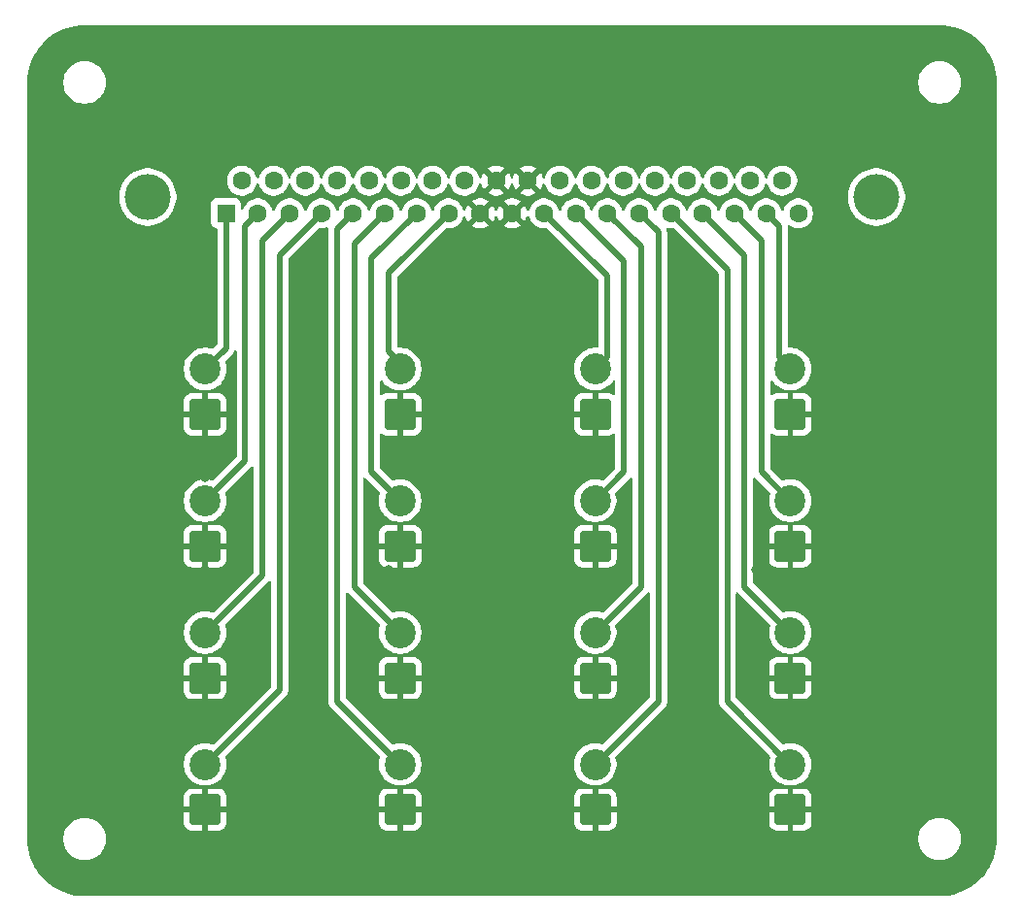
<source format=gtl>
G04 #@! TF.GenerationSoftware,KiCad,Pcbnew,9.0.5*
G04 #@! TF.CreationDate,2025-10-19T17:42:19-05:00*
G04 #@! TF.ProjectId,Digital IO Board Rev B,44696769-7461-46c2-9049-4f20426f6172,rev?*
G04 #@! TF.SameCoordinates,Original*
G04 #@! TF.FileFunction,Copper,L1,Top*
G04 #@! TF.FilePolarity,Positive*
%FSLAX46Y46*%
G04 Gerber Fmt 4.6, Leading zero omitted, Abs format (unit mm)*
G04 Created by KiCad (PCBNEW 9.0.5) date 2025-10-19 17:42:19*
%MOMM*%
%LPD*%
G01*
G04 APERTURE LIST*
G04 Aperture macros list*
%AMRoundRect*
0 Rectangle with rounded corners*
0 $1 Rounding radius*
0 $2 $3 $4 $5 $6 $7 $8 $9 X,Y pos of 4 corners*
0 Add a 4 corners polygon primitive as box body*
4,1,4,$2,$3,$4,$5,$6,$7,$8,$9,$2,$3,0*
0 Add four circle primitives for the rounded corners*
1,1,$1+$1,$2,$3*
1,1,$1+$1,$4,$5*
1,1,$1+$1,$6,$7*
1,1,$1+$1,$8,$9*
0 Add four rect primitives between the rounded corners*
20,1,$1+$1,$2,$3,$4,$5,0*
20,1,$1+$1,$4,$5,$6,$7,0*
20,1,$1+$1,$6,$7,$8,$9,0*
20,1,$1+$1,$8,$9,$2,$3,0*%
G04 Aperture macros list end*
G04 #@! TA.AperFunction,ComponentPad*
%ADD10RoundRect,0.250001X1.099999X-1.099999X1.099999X1.099999X-1.099999X1.099999X-1.099999X-1.099999X0*%
G04 #@! TD*
G04 #@! TA.AperFunction,ComponentPad*
%ADD11C,2.700000*%
G04 #@! TD*
G04 #@! TA.AperFunction,ComponentPad*
%ADD12C,4.000000*%
G04 #@! TD*
G04 #@! TA.AperFunction,ComponentPad*
%ADD13R,1.600000X1.600000*%
G04 #@! TD*
G04 #@! TA.AperFunction,ComponentPad*
%ADD14C,1.600000*%
G04 #@! TD*
G04 #@! TA.AperFunction,ViaPad*
%ADD15C,0.800000*%
G04 #@! TD*
G04 #@! TA.AperFunction,Conductor*
%ADD16C,0.500000*%
G04 #@! TD*
G04 APERTURE END LIST*
D10*
X139000000Y-91960000D03*
D11*
X139000000Y-88000000D03*
D10*
X156000000Y-68960000D03*
D11*
X156000000Y-65000000D03*
D10*
X156000000Y-103460000D03*
D11*
X156000000Y-99500000D03*
D10*
X122000000Y-68960000D03*
D11*
X122000000Y-65000000D03*
D10*
X105000000Y-68960000D03*
D11*
X105000000Y-65000000D03*
D10*
X156000000Y-80460000D03*
D11*
X156000000Y-76500000D03*
D12*
X163500000Y-50000000D03*
X100000000Y-50000000D03*
D13*
X106820000Y-51420000D03*
D14*
X109590000Y-51420000D03*
X112360000Y-51420000D03*
X115130000Y-51420000D03*
X117900000Y-51420000D03*
X120670000Y-51420000D03*
X123440000Y-51420000D03*
X126210000Y-51420000D03*
X128980000Y-51420000D03*
X131750000Y-51420000D03*
X134520000Y-51420000D03*
X137290000Y-51420000D03*
X140060000Y-51420000D03*
X142830000Y-51420000D03*
X145600000Y-51420000D03*
X148370000Y-51420000D03*
X151140000Y-51420000D03*
X153910000Y-51420000D03*
X156680000Y-51420000D03*
X108205000Y-48580000D03*
X110975000Y-48580000D03*
X113745000Y-48580000D03*
X116515000Y-48580000D03*
X119285000Y-48580000D03*
X122055000Y-48580000D03*
X124825000Y-48580000D03*
X127595000Y-48580000D03*
X130365000Y-48580000D03*
X133135000Y-48580000D03*
X135905000Y-48580000D03*
X138675000Y-48580000D03*
X141445000Y-48580000D03*
X144215000Y-48580000D03*
X146985000Y-48580000D03*
X149755000Y-48580000D03*
X152525000Y-48580000D03*
X155295000Y-48580000D03*
D10*
X105000000Y-103460000D03*
D11*
X105000000Y-99500000D03*
D10*
X139000000Y-80460000D03*
D11*
X139000000Y-76500000D03*
D10*
X139000000Y-68960000D03*
D11*
X139000000Y-65000000D03*
D10*
X105000000Y-91960000D03*
D11*
X105000000Y-88000000D03*
D10*
X105000000Y-80460000D03*
D11*
X105000000Y-76500000D03*
D10*
X139000000Y-103460000D03*
D11*
X139000000Y-99500000D03*
D10*
X122000000Y-80460000D03*
D11*
X122000000Y-76500000D03*
D10*
X156000000Y-91960000D03*
D11*
X156000000Y-88000000D03*
D10*
X122000000Y-103460000D03*
D11*
X122000000Y-99500000D03*
D10*
X122000000Y-91960000D03*
D11*
X122000000Y-88000000D03*
D15*
X97000000Y-50500000D03*
X129000000Y-58500000D03*
X129000000Y-82500000D03*
X121000000Y-106500000D03*
X113000000Y-90500000D03*
X129000000Y-42500000D03*
X137000000Y-74500000D03*
X105000000Y-58500000D03*
X97000000Y-98500000D03*
X137000000Y-90500000D03*
X145000000Y-42500000D03*
X97000000Y-58500000D03*
X161000000Y-106500000D03*
X161000000Y-98500000D03*
X113000000Y-82500000D03*
X105000000Y-106500000D03*
X153000000Y-90500000D03*
X97000000Y-90500000D03*
X161000000Y-82500000D03*
X161000000Y-90500000D03*
X137000000Y-66500000D03*
X113000000Y-98500000D03*
X169000000Y-66500000D03*
X129000000Y-98500000D03*
X153000000Y-98500000D03*
X105000000Y-42500000D03*
X161000000Y-74500000D03*
X113000000Y-58500000D03*
X97000000Y-42500000D03*
X97000000Y-66500000D03*
X113000000Y-42500000D03*
X105000000Y-74500000D03*
X169000000Y-90500000D03*
X129000000Y-66500000D03*
X121000000Y-82500000D03*
X169000000Y-50500000D03*
X137000000Y-82500000D03*
X161000000Y-42500000D03*
X137000000Y-98500000D03*
X137000000Y-58500000D03*
X121000000Y-42500000D03*
X153000000Y-82500000D03*
X161000000Y-66500000D03*
X137000000Y-42500000D03*
X169000000Y-98500000D03*
X145000000Y-98500000D03*
X97000000Y-106500000D03*
X105000000Y-50500000D03*
X169000000Y-58500000D03*
X169000000Y-82500000D03*
X129000000Y-90500000D03*
X113000000Y-106500000D03*
X129000000Y-106500000D03*
X153000000Y-106500000D03*
X97000000Y-74500000D03*
X161000000Y-58500000D03*
X129000000Y-74500000D03*
X97000000Y-82500000D03*
X113000000Y-66500000D03*
X105000000Y-82500000D03*
X145000000Y-106500000D03*
X169000000Y-42500000D03*
X137000000Y-106500000D03*
X169000000Y-74500000D03*
X153000000Y-42500000D03*
X113000000Y-74500000D03*
D16*
X105000000Y-65000000D02*
X106820000Y-63180000D01*
X106820000Y-63180000D02*
X106820000Y-51420000D01*
X108500000Y-52510000D02*
X109590000Y-51420000D01*
X105000000Y-76500000D02*
X108500000Y-73000000D01*
X108500000Y-73000000D02*
X108500000Y-52510000D01*
X110000000Y-83000000D02*
X110000000Y-53780000D01*
X110000000Y-53780000D02*
X112360000Y-51420000D01*
X105000000Y-88000000D02*
X110000000Y-83000000D01*
X111500000Y-55050000D02*
X115130000Y-51420000D01*
X111500000Y-93000000D02*
X111500000Y-55050000D01*
X105000000Y-99500000D02*
X111500000Y-93000000D01*
X122000000Y-99500000D02*
X116500000Y-94000000D01*
X116500000Y-94000000D02*
X116500000Y-52820000D01*
X116500000Y-52820000D02*
X117900000Y-51420000D01*
X122000000Y-88000000D02*
X118000000Y-84000000D01*
X118000000Y-84000000D02*
X118000000Y-54090000D01*
X118000000Y-54090000D02*
X120670000Y-51420000D01*
X119500000Y-74000000D02*
X119500000Y-55360000D01*
X119500000Y-55360000D02*
X123440000Y-51420000D01*
X122000000Y-76500000D02*
X119500000Y-74000000D01*
X122000000Y-64500000D02*
X121000000Y-63500000D01*
X121000000Y-63500000D02*
X121000000Y-56630000D01*
X122000000Y-65000000D02*
X122000000Y-64500000D01*
X121000000Y-56630000D02*
X126210000Y-51420000D01*
X143000000Y-54360000D02*
X140060000Y-51420000D01*
X139000000Y-88000000D02*
X143000000Y-84000000D01*
X143000000Y-84000000D02*
X143000000Y-54360000D01*
X150500000Y-56320000D02*
X145600000Y-51420000D01*
X150500000Y-94000000D02*
X150500000Y-56320000D01*
X156000000Y-99500000D02*
X150500000Y-94000000D01*
X156000000Y-76500000D02*
X153500000Y-74000000D01*
X153500000Y-74000000D02*
X153500000Y-53780000D01*
X153500000Y-53780000D02*
X151140000Y-51420000D01*
X139000000Y-99500000D02*
X144500000Y-94000000D01*
X144500000Y-94000000D02*
X144500000Y-53090000D01*
X144500000Y-53090000D02*
X142830000Y-51420000D01*
X141500000Y-55630000D02*
X137290000Y-51420000D01*
X141500000Y-74000000D02*
X141500000Y-55630000D01*
X139000000Y-76500000D02*
X141500000Y-74000000D01*
X155000000Y-52510000D02*
X153910000Y-51420000D01*
X155000000Y-64000000D02*
X155000000Y-52510000D01*
X156000000Y-65000000D02*
X155000000Y-64000000D01*
X139000000Y-65000000D02*
X140000000Y-64000000D01*
X140000000Y-64000000D02*
X140000000Y-56900000D01*
X140000000Y-56900000D02*
X134520000Y-51420000D01*
X156000000Y-88000000D02*
X152000000Y-84000000D01*
X152000000Y-84000000D02*
X152000000Y-55050000D01*
X152000000Y-55050000D02*
X148370000Y-51420000D01*
G04 #@! TA.AperFunction,Conductor*
G36*
X169002562Y-35000605D02*
G01*
X169407746Y-35017364D01*
X169417919Y-35018207D01*
X169817817Y-35068054D01*
X169827901Y-35069737D01*
X170222294Y-35152432D01*
X170232208Y-35154942D01*
X170618436Y-35269928D01*
X170628104Y-35273247D01*
X171003502Y-35419728D01*
X171012887Y-35423845D01*
X171374880Y-35600813D01*
X171383894Y-35605690D01*
X171730070Y-35811966D01*
X171738638Y-35817564D01*
X172066593Y-36051719D01*
X172074674Y-36058010D01*
X172382155Y-36318433D01*
X172389695Y-36325374D01*
X172674625Y-36610304D01*
X172681566Y-36617844D01*
X172941989Y-36925325D01*
X172948284Y-36933412D01*
X173182431Y-37261355D01*
X173188037Y-37269935D01*
X173394309Y-37616105D01*
X173399186Y-37625119D01*
X173576154Y-37987112D01*
X173580271Y-37996497D01*
X173726747Y-38371883D01*
X173730075Y-38381576D01*
X173845053Y-38767778D01*
X173847569Y-38777714D01*
X173930260Y-39172089D01*
X173931947Y-39182197D01*
X173981790Y-39582059D01*
X173982636Y-39592273D01*
X173999394Y-39997437D01*
X173999500Y-40002561D01*
X173999500Y-105997438D01*
X173999394Y-106002562D01*
X173982636Y-106407726D01*
X173981790Y-106417940D01*
X173931947Y-106817802D01*
X173930260Y-106827910D01*
X173847569Y-107222285D01*
X173845053Y-107232221D01*
X173730075Y-107618423D01*
X173726747Y-107628116D01*
X173580271Y-108003502D01*
X173576154Y-108012887D01*
X173399186Y-108374880D01*
X173394309Y-108383894D01*
X173188037Y-108730064D01*
X173182431Y-108738644D01*
X172948284Y-109066587D01*
X172941989Y-109074674D01*
X172681566Y-109382155D01*
X172674625Y-109389695D01*
X172389695Y-109674625D01*
X172382155Y-109681566D01*
X172074674Y-109941989D01*
X172066587Y-109948284D01*
X171738644Y-110182431D01*
X171730064Y-110188037D01*
X171383894Y-110394309D01*
X171374880Y-110399186D01*
X171012887Y-110576154D01*
X171003502Y-110580271D01*
X170628116Y-110726747D01*
X170618423Y-110730075D01*
X170232221Y-110845053D01*
X170222285Y-110847569D01*
X169827910Y-110930260D01*
X169817802Y-110931947D01*
X169417940Y-110981790D01*
X169407726Y-110982636D01*
X169002563Y-110999394D01*
X168997439Y-110999500D01*
X94502561Y-110999500D01*
X94497437Y-110999394D01*
X94092273Y-110982636D01*
X94082059Y-110981790D01*
X93682197Y-110931947D01*
X93672089Y-110930260D01*
X93277714Y-110847569D01*
X93267778Y-110845053D01*
X92881576Y-110730075D01*
X92871883Y-110726747D01*
X92496497Y-110580271D01*
X92487112Y-110576154D01*
X92125119Y-110399186D01*
X92116105Y-110394309D01*
X91769935Y-110188037D01*
X91761355Y-110182431D01*
X91433412Y-109948284D01*
X91425325Y-109941989D01*
X91117844Y-109681566D01*
X91110304Y-109674625D01*
X90825374Y-109389695D01*
X90818433Y-109382155D01*
X90558010Y-109074674D01*
X90551715Y-109066587D01*
X90317568Y-108738644D01*
X90311962Y-108730064D01*
X90105690Y-108383894D01*
X90100813Y-108374880D01*
X89923845Y-108012887D01*
X89919728Y-108003502D01*
X89773247Y-107628104D01*
X89769928Y-107618436D01*
X89654942Y-107232208D01*
X89652430Y-107222285D01*
X89569739Y-106827910D01*
X89568054Y-106817817D01*
X89518207Y-106417919D01*
X89517364Y-106407746D01*
X89500606Y-106002562D01*
X89500500Y-105997438D01*
X89500500Y-105878711D01*
X92649500Y-105878711D01*
X92649500Y-106121288D01*
X92681161Y-106361785D01*
X92743947Y-106596104D01*
X92789396Y-106705827D01*
X92836776Y-106820212D01*
X92958064Y-107030289D01*
X92958066Y-107030292D01*
X92958067Y-107030293D01*
X93105733Y-107222736D01*
X93105739Y-107222743D01*
X93277256Y-107394260D01*
X93277262Y-107394265D01*
X93469711Y-107541936D01*
X93679788Y-107663224D01*
X93903900Y-107756054D01*
X94138211Y-107818838D01*
X94318586Y-107842584D01*
X94378711Y-107850500D01*
X94378712Y-107850500D01*
X94621289Y-107850500D01*
X94669388Y-107844167D01*
X94861789Y-107818838D01*
X95096100Y-107756054D01*
X95320212Y-107663224D01*
X95530289Y-107541936D01*
X95722738Y-107394265D01*
X95894265Y-107222738D01*
X96041936Y-107030289D01*
X96163224Y-106820212D01*
X96256054Y-106596100D01*
X96318838Y-106361789D01*
X96350500Y-106121288D01*
X96350500Y-105878712D01*
X96350500Y-105878711D01*
X167149500Y-105878711D01*
X167149500Y-106121288D01*
X167181161Y-106361785D01*
X167243947Y-106596104D01*
X167289396Y-106705827D01*
X167336776Y-106820212D01*
X167458064Y-107030289D01*
X167458066Y-107030292D01*
X167458067Y-107030293D01*
X167605733Y-107222736D01*
X167605739Y-107222743D01*
X167777256Y-107394260D01*
X167777262Y-107394265D01*
X167969711Y-107541936D01*
X168179788Y-107663224D01*
X168403900Y-107756054D01*
X168638211Y-107818838D01*
X168818586Y-107842584D01*
X168878711Y-107850500D01*
X168878712Y-107850500D01*
X169121289Y-107850500D01*
X169169388Y-107844167D01*
X169361789Y-107818838D01*
X169596100Y-107756054D01*
X169820212Y-107663224D01*
X170030289Y-107541936D01*
X170222738Y-107394265D01*
X170394265Y-107222738D01*
X170541936Y-107030289D01*
X170663224Y-106820212D01*
X170756054Y-106596100D01*
X170818838Y-106361789D01*
X170850500Y-106121288D01*
X170850500Y-105878712D01*
X170818838Y-105638211D01*
X170756054Y-105403900D01*
X170663224Y-105179788D01*
X170541936Y-104969711D01*
X170394265Y-104777262D01*
X170394260Y-104777256D01*
X170222743Y-104605739D01*
X170222736Y-104605733D01*
X170030293Y-104458067D01*
X170030292Y-104458066D01*
X170030289Y-104458064D01*
X169820212Y-104336776D01*
X169755569Y-104310000D01*
X169596104Y-104243947D01*
X169361785Y-104181161D01*
X169121289Y-104149500D01*
X169121288Y-104149500D01*
X168878712Y-104149500D01*
X168878711Y-104149500D01*
X168638214Y-104181161D01*
X168403895Y-104243947D01*
X168179794Y-104336773D01*
X168179785Y-104336777D01*
X167969706Y-104458067D01*
X167777263Y-104605733D01*
X167777256Y-104605739D01*
X167605739Y-104777256D01*
X167605733Y-104777263D01*
X167458067Y-104969706D01*
X167336777Y-105179785D01*
X167336773Y-105179794D01*
X167243947Y-105403895D01*
X167181161Y-105638214D01*
X167149500Y-105878711D01*
X96350500Y-105878711D01*
X96318838Y-105638211D01*
X96256054Y-105403900D01*
X96163224Y-105179788D01*
X96041936Y-104969711D01*
X95894265Y-104777262D01*
X95894260Y-104777256D01*
X95722743Y-104605739D01*
X95722736Y-104605733D01*
X95530293Y-104458067D01*
X95530292Y-104458066D01*
X95530289Y-104458064D01*
X95320212Y-104336776D01*
X95255569Y-104310000D01*
X95096104Y-104243947D01*
X94861785Y-104181161D01*
X94621289Y-104149500D01*
X94621288Y-104149500D01*
X94378712Y-104149500D01*
X94378711Y-104149500D01*
X94138214Y-104181161D01*
X93903895Y-104243947D01*
X93679794Y-104336773D01*
X93679785Y-104336777D01*
X93469706Y-104458067D01*
X93277263Y-104605733D01*
X93277256Y-104605739D01*
X93105739Y-104777256D01*
X93105733Y-104777263D01*
X92958067Y-104969706D01*
X92836777Y-105179785D01*
X92836773Y-105179794D01*
X92743947Y-105403895D01*
X92681161Y-105638214D01*
X92649500Y-105878711D01*
X89500500Y-105878711D01*
X89500500Y-102310014D01*
X103150000Y-102310014D01*
X103150000Y-103210000D01*
X104183520Y-103210000D01*
X104182665Y-103212064D01*
X104150000Y-103376282D01*
X104150000Y-103543718D01*
X104182665Y-103707936D01*
X104183520Y-103710000D01*
X103150000Y-103710000D01*
X103150000Y-104609985D01*
X103160493Y-104712689D01*
X103160494Y-104712696D01*
X103215641Y-104879118D01*
X103215643Y-104879123D01*
X103307684Y-105028344D01*
X103431655Y-105152315D01*
X103580876Y-105244356D01*
X103580881Y-105244358D01*
X103747303Y-105299505D01*
X103747310Y-105299506D01*
X103850014Y-105309999D01*
X103850027Y-105310000D01*
X104750000Y-105310000D01*
X104750000Y-104276480D01*
X104752064Y-104277335D01*
X104916282Y-104310000D01*
X105083718Y-104310000D01*
X105247936Y-104277335D01*
X105250000Y-104276480D01*
X105250000Y-105310000D01*
X106149973Y-105310000D01*
X106149985Y-105309999D01*
X106252689Y-105299506D01*
X106252696Y-105299505D01*
X106419118Y-105244358D01*
X106419123Y-105244356D01*
X106568344Y-105152315D01*
X106692315Y-105028344D01*
X106784356Y-104879123D01*
X106784358Y-104879118D01*
X106839505Y-104712696D01*
X106839506Y-104712689D01*
X106849999Y-104609985D01*
X106850000Y-104609972D01*
X106850000Y-103710000D01*
X105816480Y-103710000D01*
X105817335Y-103707936D01*
X105850000Y-103543718D01*
X105850000Y-103376282D01*
X105817335Y-103212064D01*
X105816480Y-103210000D01*
X106850000Y-103210000D01*
X106850000Y-102310027D01*
X106849999Y-102310014D01*
X120150000Y-102310014D01*
X120150000Y-103210000D01*
X121183520Y-103210000D01*
X121182665Y-103212064D01*
X121150000Y-103376282D01*
X121150000Y-103543718D01*
X121182665Y-103707936D01*
X121183520Y-103710000D01*
X120150000Y-103710000D01*
X120150000Y-104609985D01*
X120160493Y-104712689D01*
X120160494Y-104712696D01*
X120215641Y-104879118D01*
X120215643Y-104879123D01*
X120307684Y-105028344D01*
X120431655Y-105152315D01*
X120580876Y-105244356D01*
X120580881Y-105244358D01*
X120747303Y-105299505D01*
X120747310Y-105299506D01*
X120850014Y-105309999D01*
X120850027Y-105310000D01*
X121750000Y-105310000D01*
X121750000Y-104276480D01*
X121752064Y-104277335D01*
X121916282Y-104310000D01*
X122083718Y-104310000D01*
X122247936Y-104277335D01*
X122250000Y-104276480D01*
X122250000Y-105310000D01*
X123149973Y-105310000D01*
X123149985Y-105309999D01*
X123252689Y-105299506D01*
X123252696Y-105299505D01*
X123419118Y-105244358D01*
X123419123Y-105244356D01*
X123568344Y-105152315D01*
X123692315Y-105028344D01*
X123784356Y-104879123D01*
X123784358Y-104879118D01*
X123839505Y-104712696D01*
X123839506Y-104712689D01*
X123849999Y-104609985D01*
X123850000Y-104609972D01*
X123850000Y-103710000D01*
X122816480Y-103710000D01*
X122817335Y-103707936D01*
X122850000Y-103543718D01*
X122850000Y-103376282D01*
X122817335Y-103212064D01*
X122816480Y-103210000D01*
X123850000Y-103210000D01*
X123850000Y-102310027D01*
X123849999Y-102310014D01*
X137150000Y-102310014D01*
X137150000Y-103210000D01*
X138183520Y-103210000D01*
X138182665Y-103212064D01*
X138150000Y-103376282D01*
X138150000Y-103543718D01*
X138182665Y-103707936D01*
X138183520Y-103710000D01*
X137150000Y-103710000D01*
X137150000Y-104609985D01*
X137160493Y-104712689D01*
X137160494Y-104712696D01*
X137215641Y-104879118D01*
X137215643Y-104879123D01*
X137307684Y-105028344D01*
X137431655Y-105152315D01*
X137580876Y-105244356D01*
X137580881Y-105244358D01*
X137747303Y-105299505D01*
X137747310Y-105299506D01*
X137850014Y-105309999D01*
X137850027Y-105310000D01*
X138750000Y-105310000D01*
X138750000Y-104276480D01*
X138752064Y-104277335D01*
X138916282Y-104310000D01*
X139083718Y-104310000D01*
X139247936Y-104277335D01*
X139250000Y-104276480D01*
X139250000Y-105310000D01*
X140149973Y-105310000D01*
X140149985Y-105309999D01*
X140252689Y-105299506D01*
X140252696Y-105299505D01*
X140419118Y-105244358D01*
X140419123Y-105244356D01*
X140568344Y-105152315D01*
X140692315Y-105028344D01*
X140784356Y-104879123D01*
X140784358Y-104879118D01*
X140839505Y-104712696D01*
X140839506Y-104712689D01*
X140849999Y-104609985D01*
X140850000Y-104609972D01*
X140850000Y-103710000D01*
X139816480Y-103710000D01*
X139817335Y-103707936D01*
X139850000Y-103543718D01*
X139850000Y-103376282D01*
X139817335Y-103212064D01*
X139816480Y-103210000D01*
X140850000Y-103210000D01*
X140850000Y-102310027D01*
X140849999Y-102310014D01*
X154150000Y-102310014D01*
X154150000Y-103210000D01*
X155183520Y-103210000D01*
X155182665Y-103212064D01*
X155150000Y-103376282D01*
X155150000Y-103543718D01*
X155182665Y-103707936D01*
X155183520Y-103710000D01*
X154150000Y-103710000D01*
X154150000Y-104609985D01*
X154160493Y-104712689D01*
X154160494Y-104712696D01*
X154215641Y-104879118D01*
X154215643Y-104879123D01*
X154307684Y-105028344D01*
X154431655Y-105152315D01*
X154580876Y-105244356D01*
X154580881Y-105244358D01*
X154747303Y-105299505D01*
X154747310Y-105299506D01*
X154850014Y-105309999D01*
X154850027Y-105310000D01*
X155750000Y-105310000D01*
X155750000Y-104276480D01*
X155752064Y-104277335D01*
X155916282Y-104310000D01*
X156083718Y-104310000D01*
X156247936Y-104277335D01*
X156250000Y-104276480D01*
X156250000Y-105310000D01*
X157149973Y-105310000D01*
X157149985Y-105309999D01*
X157252689Y-105299506D01*
X157252696Y-105299505D01*
X157419118Y-105244358D01*
X157419123Y-105244356D01*
X157568344Y-105152315D01*
X157692315Y-105028344D01*
X157784356Y-104879123D01*
X157784358Y-104879118D01*
X157839505Y-104712696D01*
X157839506Y-104712689D01*
X157849999Y-104609985D01*
X157850000Y-104609972D01*
X157850000Y-103710000D01*
X156816480Y-103710000D01*
X156817335Y-103707936D01*
X156850000Y-103543718D01*
X156850000Y-103376282D01*
X156817335Y-103212064D01*
X156816480Y-103210000D01*
X157850000Y-103210000D01*
X157850000Y-102310027D01*
X157849999Y-102310014D01*
X157839506Y-102207310D01*
X157839505Y-102207303D01*
X157784358Y-102040881D01*
X157784356Y-102040876D01*
X157692315Y-101891655D01*
X157568344Y-101767684D01*
X157419123Y-101675643D01*
X157419118Y-101675641D01*
X157252696Y-101620494D01*
X157252689Y-101620493D01*
X157149985Y-101610000D01*
X156250000Y-101610000D01*
X156250000Y-102643519D01*
X156247936Y-102642665D01*
X156083718Y-102610000D01*
X155916282Y-102610000D01*
X155752064Y-102642665D01*
X155750000Y-102643519D01*
X155750000Y-101610000D01*
X154850014Y-101610000D01*
X154747310Y-101620493D01*
X154747303Y-101620494D01*
X154580881Y-101675641D01*
X154580876Y-101675643D01*
X154431655Y-101767684D01*
X154307684Y-101891655D01*
X154215643Y-102040876D01*
X154215641Y-102040881D01*
X154160494Y-102207303D01*
X154160493Y-102207310D01*
X154150000Y-102310014D01*
X140849999Y-102310014D01*
X140839506Y-102207310D01*
X140839505Y-102207303D01*
X140784358Y-102040881D01*
X140784356Y-102040876D01*
X140692315Y-101891655D01*
X140568344Y-101767684D01*
X140419123Y-101675643D01*
X140419118Y-101675641D01*
X140252696Y-101620494D01*
X140252689Y-101620493D01*
X140149985Y-101610000D01*
X139250000Y-101610000D01*
X139250000Y-102643519D01*
X139247936Y-102642665D01*
X139083718Y-102610000D01*
X138916282Y-102610000D01*
X138752064Y-102642665D01*
X138750000Y-102643519D01*
X138750000Y-101610000D01*
X137850014Y-101610000D01*
X137747310Y-101620493D01*
X137747303Y-101620494D01*
X137580881Y-101675641D01*
X137580876Y-101675643D01*
X137431655Y-101767684D01*
X137307684Y-101891655D01*
X137215643Y-102040876D01*
X137215641Y-102040881D01*
X137160494Y-102207303D01*
X137160493Y-102207310D01*
X137150000Y-102310014D01*
X123849999Y-102310014D01*
X123839506Y-102207310D01*
X123839505Y-102207303D01*
X123784358Y-102040881D01*
X123784356Y-102040876D01*
X123692315Y-101891655D01*
X123568344Y-101767684D01*
X123419123Y-101675643D01*
X123419118Y-101675641D01*
X123252696Y-101620494D01*
X123252689Y-101620493D01*
X123149985Y-101610000D01*
X122250000Y-101610000D01*
X122250000Y-102643519D01*
X122247936Y-102642665D01*
X122083718Y-102610000D01*
X121916282Y-102610000D01*
X121752064Y-102642665D01*
X121750000Y-102643519D01*
X121750000Y-101610000D01*
X120850014Y-101610000D01*
X120747310Y-101620493D01*
X120747303Y-101620494D01*
X120580881Y-101675641D01*
X120580876Y-101675643D01*
X120431655Y-101767684D01*
X120307684Y-101891655D01*
X120215643Y-102040876D01*
X120215641Y-102040881D01*
X120160494Y-102207303D01*
X120160493Y-102207310D01*
X120150000Y-102310014D01*
X106849999Y-102310014D01*
X106839506Y-102207310D01*
X106839505Y-102207303D01*
X106784358Y-102040881D01*
X106784356Y-102040876D01*
X106692315Y-101891655D01*
X106568344Y-101767684D01*
X106419123Y-101675643D01*
X106419118Y-101675641D01*
X106252696Y-101620494D01*
X106252689Y-101620493D01*
X106149985Y-101610000D01*
X105250000Y-101610000D01*
X105250000Y-102643519D01*
X105247936Y-102642665D01*
X105083718Y-102610000D01*
X104916282Y-102610000D01*
X104752064Y-102642665D01*
X104750000Y-102643519D01*
X104750000Y-101610000D01*
X103850014Y-101610000D01*
X103747310Y-101620493D01*
X103747303Y-101620494D01*
X103580881Y-101675641D01*
X103580876Y-101675643D01*
X103431655Y-101767684D01*
X103307684Y-101891655D01*
X103215643Y-102040876D01*
X103215641Y-102040881D01*
X103160494Y-102207303D01*
X103160493Y-102207310D01*
X103150000Y-102310014D01*
X89500500Y-102310014D01*
X89500500Y-90810014D01*
X103150000Y-90810014D01*
X103150000Y-91710000D01*
X104183520Y-91710000D01*
X104182665Y-91712064D01*
X104150000Y-91876282D01*
X104150000Y-92043718D01*
X104182665Y-92207936D01*
X104183520Y-92210000D01*
X103150000Y-92210000D01*
X103150000Y-93109985D01*
X103160493Y-93212689D01*
X103160494Y-93212696D01*
X103215641Y-93379118D01*
X103215643Y-93379123D01*
X103307684Y-93528344D01*
X103431655Y-93652315D01*
X103580876Y-93744356D01*
X103580881Y-93744358D01*
X103747303Y-93799505D01*
X103747310Y-93799506D01*
X103850014Y-93809999D01*
X103850027Y-93810000D01*
X104750000Y-93810000D01*
X104750000Y-92776480D01*
X104752064Y-92777335D01*
X104916282Y-92810000D01*
X105083718Y-92810000D01*
X105247936Y-92777335D01*
X105250000Y-92776480D01*
X105250000Y-93810000D01*
X106149973Y-93810000D01*
X106149985Y-93809999D01*
X106252689Y-93799506D01*
X106252696Y-93799505D01*
X106419118Y-93744358D01*
X106419123Y-93744356D01*
X106568344Y-93652315D01*
X106692315Y-93528344D01*
X106784356Y-93379123D01*
X106784358Y-93379118D01*
X106839505Y-93212696D01*
X106839506Y-93212689D01*
X106849999Y-93109985D01*
X106850000Y-93109972D01*
X106850000Y-92210000D01*
X105816480Y-92210000D01*
X105817335Y-92207936D01*
X105850000Y-92043718D01*
X105850000Y-91876282D01*
X105817335Y-91712064D01*
X105816480Y-91710000D01*
X106850000Y-91710000D01*
X106850000Y-90810027D01*
X106849999Y-90810014D01*
X106839506Y-90707310D01*
X106839505Y-90707303D01*
X106784358Y-90540881D01*
X106784356Y-90540876D01*
X106692315Y-90391655D01*
X106568344Y-90267684D01*
X106419123Y-90175643D01*
X106419118Y-90175641D01*
X106252696Y-90120494D01*
X106252689Y-90120493D01*
X106149985Y-90110000D01*
X105250000Y-90110000D01*
X105250000Y-91143519D01*
X105247936Y-91142665D01*
X105083718Y-91110000D01*
X104916282Y-91110000D01*
X104752064Y-91142665D01*
X104750000Y-91143519D01*
X104750000Y-90110000D01*
X103850014Y-90110000D01*
X103747310Y-90120493D01*
X103747303Y-90120494D01*
X103580881Y-90175641D01*
X103580876Y-90175643D01*
X103431655Y-90267684D01*
X103307684Y-90391655D01*
X103215643Y-90540876D01*
X103215641Y-90540881D01*
X103160494Y-90707303D01*
X103160493Y-90707310D01*
X103150000Y-90810014D01*
X89500500Y-90810014D01*
X89500500Y-79310014D01*
X103150000Y-79310014D01*
X103150000Y-80210000D01*
X104183520Y-80210000D01*
X104182665Y-80212064D01*
X104150000Y-80376282D01*
X104150000Y-80543718D01*
X104182665Y-80707936D01*
X104183520Y-80710000D01*
X103150000Y-80710000D01*
X103150000Y-81609985D01*
X103160493Y-81712689D01*
X103160494Y-81712696D01*
X103215641Y-81879118D01*
X103215643Y-81879123D01*
X103307684Y-82028344D01*
X103431655Y-82152315D01*
X103580876Y-82244356D01*
X103580881Y-82244358D01*
X103747303Y-82299505D01*
X103747310Y-82299506D01*
X103850014Y-82309999D01*
X103850027Y-82310000D01*
X104750000Y-82310000D01*
X104750000Y-81276480D01*
X104752064Y-81277335D01*
X104916282Y-81310000D01*
X105083718Y-81310000D01*
X105247936Y-81277335D01*
X105250000Y-81276480D01*
X105250000Y-82310000D01*
X106149973Y-82310000D01*
X106149985Y-82309999D01*
X106252689Y-82299506D01*
X106252696Y-82299505D01*
X106419118Y-82244358D01*
X106419123Y-82244356D01*
X106568344Y-82152315D01*
X106692315Y-82028344D01*
X106784356Y-81879123D01*
X106784358Y-81879118D01*
X106839505Y-81712696D01*
X106839506Y-81712689D01*
X106849999Y-81609985D01*
X106850000Y-81609972D01*
X106850000Y-80710000D01*
X105816480Y-80710000D01*
X105817335Y-80707936D01*
X105850000Y-80543718D01*
X105850000Y-80376282D01*
X105817335Y-80212064D01*
X105816480Y-80210000D01*
X106850000Y-80210000D01*
X106850000Y-79310027D01*
X106849999Y-79310014D01*
X106839506Y-79207310D01*
X106839505Y-79207303D01*
X106784358Y-79040881D01*
X106784356Y-79040876D01*
X106692315Y-78891655D01*
X106568344Y-78767684D01*
X106419123Y-78675643D01*
X106419118Y-78675641D01*
X106252696Y-78620494D01*
X106252689Y-78620493D01*
X106149985Y-78610000D01*
X105250000Y-78610000D01*
X105250000Y-79643519D01*
X105247936Y-79642665D01*
X105083718Y-79610000D01*
X104916282Y-79610000D01*
X104752064Y-79642665D01*
X104750000Y-79643519D01*
X104750000Y-78610000D01*
X103850014Y-78610000D01*
X103747310Y-78620493D01*
X103747303Y-78620494D01*
X103580881Y-78675641D01*
X103580876Y-78675643D01*
X103431655Y-78767684D01*
X103307684Y-78891655D01*
X103215643Y-79040876D01*
X103215641Y-79040881D01*
X103160494Y-79207303D01*
X103160493Y-79207310D01*
X103150000Y-79310014D01*
X89500500Y-79310014D01*
X89500500Y-67810014D01*
X103150000Y-67810014D01*
X103150000Y-68710000D01*
X104183520Y-68710000D01*
X104182665Y-68712064D01*
X104150000Y-68876282D01*
X104150000Y-69043718D01*
X104182665Y-69207936D01*
X104183520Y-69210000D01*
X103150000Y-69210000D01*
X103150000Y-70109985D01*
X103160493Y-70212689D01*
X103160494Y-70212696D01*
X103215641Y-70379118D01*
X103215643Y-70379123D01*
X103307684Y-70528344D01*
X103431655Y-70652315D01*
X103580876Y-70744356D01*
X103580881Y-70744358D01*
X103747303Y-70799505D01*
X103747310Y-70799506D01*
X103850014Y-70809999D01*
X103850027Y-70810000D01*
X104750000Y-70810000D01*
X104750000Y-69776480D01*
X104752064Y-69777335D01*
X104916282Y-69810000D01*
X105083718Y-69810000D01*
X105247936Y-69777335D01*
X105250000Y-69776480D01*
X105250000Y-70810000D01*
X106149973Y-70810000D01*
X106149985Y-70809999D01*
X106252689Y-70799506D01*
X106252696Y-70799505D01*
X106419118Y-70744358D01*
X106419123Y-70744356D01*
X106568344Y-70652315D01*
X106692315Y-70528344D01*
X106784356Y-70379123D01*
X106784358Y-70379118D01*
X106839505Y-70212696D01*
X106839506Y-70212689D01*
X106849999Y-70109985D01*
X106850000Y-70109972D01*
X106850000Y-69210000D01*
X105816480Y-69210000D01*
X105817335Y-69207936D01*
X105850000Y-69043718D01*
X105850000Y-68876282D01*
X105817335Y-68712064D01*
X105816480Y-68710000D01*
X106850000Y-68710000D01*
X106850000Y-67810027D01*
X106849999Y-67810014D01*
X106839506Y-67707310D01*
X106839505Y-67707303D01*
X106784358Y-67540881D01*
X106784356Y-67540876D01*
X106692315Y-67391655D01*
X106568344Y-67267684D01*
X106419123Y-67175643D01*
X106419118Y-67175641D01*
X106252696Y-67120494D01*
X106252689Y-67120493D01*
X106149985Y-67110000D01*
X105250000Y-67110000D01*
X105250000Y-68143519D01*
X105247936Y-68142665D01*
X105083718Y-68110000D01*
X104916282Y-68110000D01*
X104752064Y-68142665D01*
X104750000Y-68143519D01*
X104750000Y-67110000D01*
X103850014Y-67110000D01*
X103747310Y-67120493D01*
X103747303Y-67120494D01*
X103580881Y-67175641D01*
X103580876Y-67175643D01*
X103431655Y-67267684D01*
X103307684Y-67391655D01*
X103215643Y-67540876D01*
X103215641Y-67540881D01*
X103160494Y-67707303D01*
X103160493Y-67707310D01*
X103150000Y-67810014D01*
X89500500Y-67810014D01*
X89500500Y-64878711D01*
X103149500Y-64878711D01*
X103149500Y-65121288D01*
X103181161Y-65361785D01*
X103243947Y-65596104D01*
X103336773Y-65820205D01*
X103336776Y-65820212D01*
X103458064Y-66030289D01*
X103458066Y-66030292D01*
X103458067Y-66030293D01*
X103605733Y-66222736D01*
X103605739Y-66222743D01*
X103777256Y-66394260D01*
X103777262Y-66394265D01*
X103969711Y-66541936D01*
X104179788Y-66663224D01*
X104403900Y-66756054D01*
X104638211Y-66818838D01*
X104818586Y-66842584D01*
X104878711Y-66850500D01*
X104878712Y-66850500D01*
X105121289Y-66850500D01*
X105169388Y-66844167D01*
X105361789Y-66818838D01*
X105596100Y-66756054D01*
X105820212Y-66663224D01*
X106030289Y-66541936D01*
X106222738Y-66394265D01*
X106394265Y-66222738D01*
X106541936Y-66030289D01*
X106663224Y-65820212D01*
X106756054Y-65596100D01*
X106818838Y-65361789D01*
X106850500Y-65121288D01*
X106850500Y-64878712D01*
X106818838Y-64638211D01*
X106756054Y-64403900D01*
X106756048Y-64403886D01*
X106755861Y-64403333D01*
X106755853Y-64403152D01*
X106755003Y-64399979D01*
X106755712Y-64399788D01*
X106752939Y-64333525D01*
X106785590Y-64275775D01*
X107402952Y-63658415D01*
X107438151Y-63605735D01*
X107485084Y-63535495D01*
X107513495Y-63466902D01*
X107516699Y-63461044D01*
X107536879Y-63440884D01*
X107554779Y-63418672D01*
X107561282Y-63416507D01*
X107566130Y-63411665D01*
X107594004Y-63405616D01*
X107621074Y-63396607D01*
X107627714Y-63398301D01*
X107634410Y-63396849D01*
X107661128Y-63406830D01*
X107688773Y-63413886D01*
X107693443Y-63418902D01*
X107699862Y-63421300D01*
X107716942Y-63444141D01*
X107736384Y-63465023D01*
X107738152Y-63472504D01*
X107741704Y-63477255D01*
X107742747Y-63491952D01*
X107749500Y-63520528D01*
X107749500Y-72637770D01*
X107729815Y-72704809D01*
X107713181Y-72725451D01*
X105724225Y-74714406D01*
X105662902Y-74747891D01*
X105600195Y-74744345D01*
X105600021Y-74744997D01*
X105596894Y-74744159D01*
X105596696Y-74744148D01*
X105596108Y-74743948D01*
X105361785Y-74681161D01*
X105121289Y-74649500D01*
X105121288Y-74649500D01*
X104878712Y-74649500D01*
X104878711Y-74649500D01*
X104638214Y-74681161D01*
X104403895Y-74743947D01*
X104179794Y-74836773D01*
X104179785Y-74836777D01*
X103969706Y-74958067D01*
X103777263Y-75105733D01*
X103777256Y-75105739D01*
X103605739Y-75277256D01*
X103605733Y-75277263D01*
X103458067Y-75469706D01*
X103336777Y-75679785D01*
X103336773Y-75679794D01*
X103243947Y-75903895D01*
X103181161Y-76138214D01*
X103149500Y-76378711D01*
X103149500Y-76621288D01*
X103181161Y-76861785D01*
X103243947Y-77096104D01*
X103336773Y-77320205D01*
X103336776Y-77320212D01*
X103458064Y-77530289D01*
X103458066Y-77530292D01*
X103458067Y-77530293D01*
X103605733Y-77722736D01*
X103605739Y-77722743D01*
X103777256Y-77894260D01*
X103777262Y-77894265D01*
X103969711Y-78041936D01*
X104179788Y-78163224D01*
X104403900Y-78256054D01*
X104638211Y-78318838D01*
X104818586Y-78342584D01*
X104878711Y-78350500D01*
X104878712Y-78350500D01*
X105121289Y-78350500D01*
X105169388Y-78344167D01*
X105361789Y-78318838D01*
X105596100Y-78256054D01*
X105820212Y-78163224D01*
X106030289Y-78041936D01*
X106222738Y-77894265D01*
X106394265Y-77722738D01*
X106541936Y-77530289D01*
X106663224Y-77320212D01*
X106756054Y-77096100D01*
X106818838Y-76861789D01*
X106850500Y-76621288D01*
X106850500Y-76378712D01*
X106818838Y-76138211D01*
X106756054Y-75903900D01*
X106756048Y-75903886D01*
X106755861Y-75903333D01*
X106755853Y-75903152D01*
X106755003Y-75899979D01*
X106755712Y-75899788D01*
X106752939Y-75833525D01*
X106785590Y-75775775D01*
X109037819Y-73523548D01*
X109099142Y-73490063D01*
X109168834Y-73495047D01*
X109224767Y-73536919D01*
X109249184Y-73602383D01*
X109249500Y-73611229D01*
X109249500Y-82637769D01*
X109229815Y-82704808D01*
X109213181Y-82725450D01*
X105724224Y-86214406D01*
X105662901Y-86247891D01*
X105600196Y-86244343D01*
X105600021Y-86244997D01*
X105596882Y-86244156D01*
X105596687Y-86244145D01*
X105596108Y-86243948D01*
X105361785Y-86181161D01*
X105121289Y-86149500D01*
X105121288Y-86149500D01*
X104878712Y-86149500D01*
X104878711Y-86149500D01*
X104638214Y-86181161D01*
X104403895Y-86243947D01*
X104179794Y-86336773D01*
X104179785Y-86336777D01*
X103969706Y-86458067D01*
X103777263Y-86605733D01*
X103777256Y-86605739D01*
X103605739Y-86777256D01*
X103605733Y-86777263D01*
X103458067Y-86969706D01*
X103336777Y-87179785D01*
X103336773Y-87179794D01*
X103243947Y-87403895D01*
X103181161Y-87638214D01*
X103149500Y-87878711D01*
X103149500Y-88121288D01*
X103181161Y-88361785D01*
X103243947Y-88596104D01*
X103336773Y-88820205D01*
X103336776Y-88820212D01*
X103458064Y-89030289D01*
X103458066Y-89030292D01*
X103458067Y-89030293D01*
X103605733Y-89222736D01*
X103605739Y-89222743D01*
X103777256Y-89394260D01*
X103777262Y-89394265D01*
X103969711Y-89541936D01*
X104179788Y-89663224D01*
X104403900Y-89756054D01*
X104638211Y-89818838D01*
X104818586Y-89842584D01*
X104878711Y-89850500D01*
X104878712Y-89850500D01*
X105121289Y-89850500D01*
X105169388Y-89844167D01*
X105361789Y-89818838D01*
X105596100Y-89756054D01*
X105820212Y-89663224D01*
X106030289Y-89541936D01*
X106222738Y-89394265D01*
X106394265Y-89222738D01*
X106541936Y-89030289D01*
X106663224Y-88820212D01*
X106756054Y-88596100D01*
X106818838Y-88361789D01*
X106850500Y-88121288D01*
X106850500Y-87878712D01*
X106818838Y-87638211D01*
X106756054Y-87403900D01*
X106756052Y-87403895D01*
X106756051Y-87403891D01*
X106755854Y-87403310D01*
X106755846Y-87403126D01*
X106755003Y-87399979D01*
X106755707Y-87399790D01*
X106752946Y-87333500D01*
X106785591Y-87275775D01*
X110537821Y-83523546D01*
X110599142Y-83490063D01*
X110668834Y-83495047D01*
X110724767Y-83536919D01*
X110749184Y-83602383D01*
X110749500Y-83611229D01*
X110749500Y-92637770D01*
X110729815Y-92704809D01*
X110713181Y-92725451D01*
X105724225Y-97714406D01*
X105662902Y-97747891D01*
X105600195Y-97744345D01*
X105600021Y-97744997D01*
X105596894Y-97744159D01*
X105596696Y-97744148D01*
X105596108Y-97743948D01*
X105361785Y-97681161D01*
X105121289Y-97649500D01*
X105121288Y-97649500D01*
X104878712Y-97649500D01*
X104878711Y-97649500D01*
X104638214Y-97681161D01*
X104403895Y-97743947D01*
X104179794Y-97836773D01*
X104179785Y-97836777D01*
X103969706Y-97958067D01*
X103777263Y-98105733D01*
X103777256Y-98105739D01*
X103605739Y-98277256D01*
X103605733Y-98277263D01*
X103458067Y-98469706D01*
X103336777Y-98679785D01*
X103336773Y-98679794D01*
X103243947Y-98903895D01*
X103181161Y-99138214D01*
X103149500Y-99378711D01*
X103149500Y-99621288D01*
X103181161Y-99861785D01*
X103243947Y-100096104D01*
X103336773Y-100320205D01*
X103336776Y-100320212D01*
X103458064Y-100530289D01*
X103458066Y-100530292D01*
X103458067Y-100530293D01*
X103605733Y-100722736D01*
X103605739Y-100722743D01*
X103777256Y-100894260D01*
X103777262Y-100894265D01*
X103969711Y-101041936D01*
X104179788Y-101163224D01*
X104403900Y-101256054D01*
X104638211Y-101318838D01*
X104818586Y-101342584D01*
X104878711Y-101350500D01*
X104878712Y-101350500D01*
X105121289Y-101350500D01*
X105169388Y-101344167D01*
X105361789Y-101318838D01*
X105596100Y-101256054D01*
X105820212Y-101163224D01*
X106030289Y-101041936D01*
X106222738Y-100894265D01*
X106394265Y-100722738D01*
X106541936Y-100530289D01*
X106663224Y-100320212D01*
X106756054Y-100096100D01*
X106818838Y-99861789D01*
X106850500Y-99621288D01*
X106850500Y-99378712D01*
X106818838Y-99138211D01*
X106756054Y-98903900D01*
X106756048Y-98903886D01*
X106755861Y-98903333D01*
X106755853Y-98903152D01*
X106755003Y-98899979D01*
X106755712Y-98899788D01*
X106752939Y-98833525D01*
X106785590Y-98775775D01*
X112082951Y-93478416D01*
X112165084Y-93355495D01*
X112221658Y-93218913D01*
X112250500Y-93073918D01*
X112250500Y-92926083D01*
X112250500Y-55412228D01*
X112270185Y-55345189D01*
X112286814Y-55324552D01*
X114864894Y-52746471D01*
X114926215Y-52712988D01*
X114971970Y-52711681D01*
X115027648Y-52720500D01*
X115027649Y-52720500D01*
X115232351Y-52720500D01*
X115232352Y-52720500D01*
X115434534Y-52688477D01*
X115587184Y-52638877D01*
X115657022Y-52636883D01*
X115716855Y-52672963D01*
X115747684Y-52735663D01*
X115749500Y-52756809D01*
X115749500Y-94073918D01*
X115749500Y-94073920D01*
X115749499Y-94073920D01*
X115778340Y-94218907D01*
X115778343Y-94218917D01*
X115834914Y-94355492D01*
X115867812Y-94404727D01*
X115867813Y-94404730D01*
X115917046Y-94478414D01*
X115917052Y-94478421D01*
X120214406Y-98775773D01*
X120247891Y-98837096D01*
X120244349Y-98899805D01*
X120244997Y-98899979D01*
X120244164Y-98903086D01*
X120244153Y-98903286D01*
X120243952Y-98903877D01*
X120181161Y-99138214D01*
X120149500Y-99378711D01*
X120149500Y-99621288D01*
X120181161Y-99861785D01*
X120243947Y-100096104D01*
X120336773Y-100320205D01*
X120336776Y-100320212D01*
X120458064Y-100530289D01*
X120458066Y-100530292D01*
X120458067Y-100530293D01*
X120605733Y-100722736D01*
X120605739Y-100722743D01*
X120777256Y-100894260D01*
X120777262Y-100894265D01*
X120969711Y-101041936D01*
X121179788Y-101163224D01*
X121403900Y-101256054D01*
X121638211Y-101318838D01*
X121818586Y-101342584D01*
X121878711Y-101350500D01*
X121878712Y-101350500D01*
X122121289Y-101350500D01*
X122169388Y-101344167D01*
X122361789Y-101318838D01*
X122596100Y-101256054D01*
X122820212Y-101163224D01*
X123030289Y-101041936D01*
X123222738Y-100894265D01*
X123394265Y-100722738D01*
X123541936Y-100530289D01*
X123663224Y-100320212D01*
X123756054Y-100096100D01*
X123818838Y-99861789D01*
X123850500Y-99621288D01*
X123850500Y-99378712D01*
X123818838Y-99138211D01*
X123756054Y-98903900D01*
X123756044Y-98903877D01*
X123663226Y-98679794D01*
X123663224Y-98679788D01*
X123541936Y-98469711D01*
X123394265Y-98277262D01*
X123394260Y-98277256D01*
X123222743Y-98105739D01*
X123222736Y-98105733D01*
X123030293Y-97958067D01*
X123030292Y-97958066D01*
X123030289Y-97958064D01*
X122820212Y-97836776D01*
X122820205Y-97836773D01*
X122596104Y-97743947D01*
X122361785Y-97681161D01*
X122121289Y-97649500D01*
X122121288Y-97649500D01*
X121878712Y-97649500D01*
X121878711Y-97649500D01*
X121638214Y-97681161D01*
X121403877Y-97743952D01*
X121403286Y-97744153D01*
X121403100Y-97744160D01*
X121399979Y-97744997D01*
X121399791Y-97744297D01*
X121333476Y-97747047D01*
X121275773Y-97714406D01*
X117286819Y-93725451D01*
X117253334Y-93664128D01*
X117250500Y-93637770D01*
X117250500Y-90810014D01*
X120150000Y-90810014D01*
X120150000Y-91710000D01*
X121183520Y-91710000D01*
X121182665Y-91712064D01*
X121150000Y-91876282D01*
X121150000Y-92043718D01*
X121182665Y-92207936D01*
X121183520Y-92210000D01*
X120150000Y-92210000D01*
X120150000Y-93109985D01*
X120160493Y-93212689D01*
X120160494Y-93212696D01*
X120215641Y-93379118D01*
X120215643Y-93379123D01*
X120307684Y-93528344D01*
X120431655Y-93652315D01*
X120580876Y-93744356D01*
X120580881Y-93744358D01*
X120747303Y-93799505D01*
X120747310Y-93799506D01*
X120850014Y-93809999D01*
X120850027Y-93810000D01*
X121750000Y-93810000D01*
X121750000Y-92776480D01*
X121752064Y-92777335D01*
X121916282Y-92810000D01*
X122083718Y-92810000D01*
X122247936Y-92777335D01*
X122250000Y-92776480D01*
X122250000Y-93810000D01*
X123149973Y-93810000D01*
X123149985Y-93809999D01*
X123252689Y-93799506D01*
X123252696Y-93799505D01*
X123419118Y-93744358D01*
X123419123Y-93744356D01*
X123568344Y-93652315D01*
X123692315Y-93528344D01*
X123784356Y-93379123D01*
X123784358Y-93379118D01*
X123839505Y-93212696D01*
X123839506Y-93212689D01*
X123849999Y-93109985D01*
X123850000Y-93109972D01*
X123850000Y-92210000D01*
X122816480Y-92210000D01*
X122817335Y-92207936D01*
X122850000Y-92043718D01*
X122850000Y-91876282D01*
X122817335Y-91712064D01*
X122816480Y-91710000D01*
X123850000Y-91710000D01*
X123850000Y-90810027D01*
X123849999Y-90810014D01*
X137150000Y-90810014D01*
X137150000Y-91710000D01*
X138183520Y-91710000D01*
X138182665Y-91712064D01*
X138150000Y-91876282D01*
X138150000Y-92043718D01*
X138182665Y-92207936D01*
X138183520Y-92210000D01*
X137150000Y-92210000D01*
X137150000Y-93109985D01*
X137160493Y-93212689D01*
X137160494Y-93212696D01*
X137215641Y-93379118D01*
X137215643Y-93379123D01*
X137307684Y-93528344D01*
X137431655Y-93652315D01*
X137580876Y-93744356D01*
X137580881Y-93744358D01*
X137747303Y-93799505D01*
X137747310Y-93799506D01*
X137850014Y-93809999D01*
X137850027Y-93810000D01*
X138750000Y-93810000D01*
X138750000Y-92776480D01*
X138752064Y-92777335D01*
X138916282Y-92810000D01*
X139083718Y-92810000D01*
X139247936Y-92777335D01*
X139250000Y-92776480D01*
X139250000Y-93810000D01*
X140149973Y-93810000D01*
X140149985Y-93809999D01*
X140252689Y-93799506D01*
X140252696Y-93799505D01*
X140419118Y-93744358D01*
X140419123Y-93744356D01*
X140568344Y-93652315D01*
X140692315Y-93528344D01*
X140784356Y-93379123D01*
X140784358Y-93379118D01*
X140839505Y-93212696D01*
X140839506Y-93212689D01*
X140849999Y-93109985D01*
X140850000Y-93109972D01*
X140850000Y-92210000D01*
X139816480Y-92210000D01*
X139817335Y-92207936D01*
X139850000Y-92043718D01*
X139850000Y-91876282D01*
X139817335Y-91712064D01*
X139816480Y-91710000D01*
X140850000Y-91710000D01*
X140850000Y-90810027D01*
X140849999Y-90810014D01*
X140839506Y-90707310D01*
X140839505Y-90707303D01*
X140784358Y-90540881D01*
X140784356Y-90540876D01*
X140692315Y-90391655D01*
X140568344Y-90267684D01*
X140419123Y-90175643D01*
X140419118Y-90175641D01*
X140252696Y-90120494D01*
X140252689Y-90120493D01*
X140149985Y-90110000D01*
X139250000Y-90110000D01*
X139250000Y-91143519D01*
X139247936Y-91142665D01*
X139083718Y-91110000D01*
X138916282Y-91110000D01*
X138752064Y-91142665D01*
X138750000Y-91143519D01*
X138750000Y-90110000D01*
X137850014Y-90110000D01*
X137747310Y-90120493D01*
X137747303Y-90120494D01*
X137580881Y-90175641D01*
X137580876Y-90175643D01*
X137431655Y-90267684D01*
X137307684Y-90391655D01*
X137215643Y-90540876D01*
X137215641Y-90540881D01*
X137160494Y-90707303D01*
X137160493Y-90707310D01*
X137150000Y-90810014D01*
X123849999Y-90810014D01*
X123839506Y-90707310D01*
X123839505Y-90707303D01*
X123784358Y-90540881D01*
X123784356Y-90540876D01*
X123692315Y-90391655D01*
X123568344Y-90267684D01*
X123419123Y-90175643D01*
X123419118Y-90175641D01*
X123252696Y-90120494D01*
X123252689Y-90120493D01*
X123149985Y-90110000D01*
X122250000Y-90110000D01*
X122250000Y-91143519D01*
X122247936Y-91142665D01*
X122083718Y-91110000D01*
X121916282Y-91110000D01*
X121752064Y-91142665D01*
X121750000Y-91143519D01*
X121750000Y-90110000D01*
X120850014Y-90110000D01*
X120747310Y-90120493D01*
X120747303Y-90120494D01*
X120580881Y-90175641D01*
X120580876Y-90175643D01*
X120431655Y-90267684D01*
X120307684Y-90391655D01*
X120215643Y-90540876D01*
X120215641Y-90540881D01*
X120160494Y-90707303D01*
X120160493Y-90707310D01*
X120150000Y-90810014D01*
X117250500Y-90810014D01*
X117250500Y-84611230D01*
X117270185Y-84544191D01*
X117322989Y-84498436D01*
X117392147Y-84488492D01*
X117455703Y-84517517D01*
X117462181Y-84523549D01*
X120214406Y-87275773D01*
X120247891Y-87337096D01*
X120244349Y-87399805D01*
X120244997Y-87399979D01*
X120244164Y-87403086D01*
X120244153Y-87403286D01*
X120243952Y-87403877D01*
X120181161Y-87638214D01*
X120149500Y-87878711D01*
X120149500Y-88121288D01*
X120181161Y-88361785D01*
X120243947Y-88596104D01*
X120336773Y-88820205D01*
X120336776Y-88820212D01*
X120458064Y-89030289D01*
X120458066Y-89030292D01*
X120458067Y-89030293D01*
X120605733Y-89222736D01*
X120605739Y-89222743D01*
X120777256Y-89394260D01*
X120777262Y-89394265D01*
X120969711Y-89541936D01*
X121179788Y-89663224D01*
X121403900Y-89756054D01*
X121638211Y-89818838D01*
X121818586Y-89842584D01*
X121878711Y-89850500D01*
X121878712Y-89850500D01*
X122121289Y-89850500D01*
X122169388Y-89844167D01*
X122361789Y-89818838D01*
X122596100Y-89756054D01*
X122820212Y-89663224D01*
X123030289Y-89541936D01*
X123222738Y-89394265D01*
X123394265Y-89222738D01*
X123541936Y-89030289D01*
X123663224Y-88820212D01*
X123756054Y-88596100D01*
X123818838Y-88361789D01*
X123850500Y-88121288D01*
X123850500Y-87878712D01*
X123818838Y-87638211D01*
X123756054Y-87403900D01*
X123756044Y-87403877D01*
X123663226Y-87179794D01*
X123663224Y-87179788D01*
X123541936Y-86969711D01*
X123394265Y-86777262D01*
X123394260Y-86777256D01*
X123222743Y-86605739D01*
X123222736Y-86605733D01*
X123030293Y-86458067D01*
X123030292Y-86458066D01*
X123030289Y-86458064D01*
X122820212Y-86336776D01*
X122820205Y-86336773D01*
X122596104Y-86243947D01*
X122361785Y-86181161D01*
X122121289Y-86149500D01*
X122121288Y-86149500D01*
X121878712Y-86149500D01*
X121878711Y-86149500D01*
X121638214Y-86181161D01*
X121403877Y-86243952D01*
X121403286Y-86244153D01*
X121403100Y-86244160D01*
X121399979Y-86244997D01*
X121399791Y-86244297D01*
X121333476Y-86247047D01*
X121275773Y-86214406D01*
X118786819Y-83725451D01*
X118753334Y-83664128D01*
X118750500Y-83637770D01*
X118750500Y-79310014D01*
X120150000Y-79310014D01*
X120150000Y-80210000D01*
X121183520Y-80210000D01*
X121182665Y-80212064D01*
X121150000Y-80376282D01*
X121150000Y-80543718D01*
X121182665Y-80707936D01*
X121183520Y-80710000D01*
X120150000Y-80710000D01*
X120150000Y-81609985D01*
X120160493Y-81712689D01*
X120160494Y-81712696D01*
X120215641Y-81879118D01*
X120215643Y-81879123D01*
X120307684Y-82028344D01*
X120431655Y-82152315D01*
X120580876Y-82244356D01*
X120580881Y-82244358D01*
X120747303Y-82299505D01*
X120747310Y-82299506D01*
X120850014Y-82309999D01*
X120850027Y-82310000D01*
X121750000Y-82310000D01*
X121750000Y-81276480D01*
X121752064Y-81277335D01*
X121916282Y-81310000D01*
X122083718Y-81310000D01*
X122247936Y-81277335D01*
X122250000Y-81276480D01*
X122250000Y-82310000D01*
X123149973Y-82310000D01*
X123149985Y-82309999D01*
X123252689Y-82299506D01*
X123252696Y-82299505D01*
X123419118Y-82244358D01*
X123419123Y-82244356D01*
X123568344Y-82152315D01*
X123692315Y-82028344D01*
X123784356Y-81879123D01*
X123784358Y-81879118D01*
X123839505Y-81712696D01*
X123839506Y-81712689D01*
X123849999Y-81609985D01*
X123850000Y-81609972D01*
X123850000Y-80710000D01*
X122816480Y-80710000D01*
X122817335Y-80707936D01*
X122850000Y-80543718D01*
X122850000Y-80376282D01*
X122817335Y-80212064D01*
X122816480Y-80210000D01*
X123850000Y-80210000D01*
X123850000Y-79310027D01*
X123849999Y-79310014D01*
X137150000Y-79310014D01*
X137150000Y-80210000D01*
X138183520Y-80210000D01*
X138182665Y-80212064D01*
X138150000Y-80376282D01*
X138150000Y-80543718D01*
X138182665Y-80707936D01*
X138183520Y-80710000D01*
X137150000Y-80710000D01*
X137150000Y-81609985D01*
X137160493Y-81712689D01*
X137160494Y-81712696D01*
X137215641Y-81879118D01*
X137215643Y-81879123D01*
X137307684Y-82028344D01*
X137431655Y-82152315D01*
X137580876Y-82244356D01*
X137580881Y-82244358D01*
X137747303Y-82299505D01*
X137747310Y-82299506D01*
X137850014Y-82309999D01*
X137850027Y-82310000D01*
X138750000Y-82310000D01*
X138750000Y-81276480D01*
X138752064Y-81277335D01*
X138916282Y-81310000D01*
X139083718Y-81310000D01*
X139247936Y-81277335D01*
X139250000Y-81276480D01*
X139250000Y-82310000D01*
X140149973Y-82310000D01*
X140149985Y-82309999D01*
X140252689Y-82299506D01*
X140252696Y-82299505D01*
X140419118Y-82244358D01*
X140419123Y-82244356D01*
X140568344Y-82152315D01*
X140692315Y-82028344D01*
X140784356Y-81879123D01*
X140784358Y-81879118D01*
X140839505Y-81712696D01*
X140839506Y-81712689D01*
X140849999Y-81609985D01*
X140850000Y-81609972D01*
X140850000Y-80710000D01*
X139816480Y-80710000D01*
X139817335Y-80707936D01*
X139850000Y-80543718D01*
X139850000Y-80376282D01*
X139817335Y-80212064D01*
X139816480Y-80210000D01*
X140850000Y-80210000D01*
X140850000Y-79310027D01*
X140849999Y-79310014D01*
X140839506Y-79207310D01*
X140839505Y-79207303D01*
X140784358Y-79040881D01*
X140784356Y-79040876D01*
X140692315Y-78891655D01*
X140568344Y-78767684D01*
X140419123Y-78675643D01*
X140419118Y-78675641D01*
X140252696Y-78620494D01*
X140252689Y-78620493D01*
X140149985Y-78610000D01*
X139250000Y-78610000D01*
X139250000Y-79643519D01*
X139247936Y-79642665D01*
X139083718Y-79610000D01*
X138916282Y-79610000D01*
X138752064Y-79642665D01*
X138750000Y-79643519D01*
X138750000Y-78610000D01*
X137850014Y-78610000D01*
X137747310Y-78620493D01*
X137747303Y-78620494D01*
X137580881Y-78675641D01*
X137580876Y-78675643D01*
X137431655Y-78767684D01*
X137307684Y-78891655D01*
X137215643Y-79040876D01*
X137215641Y-79040881D01*
X137160494Y-79207303D01*
X137160493Y-79207310D01*
X137150000Y-79310014D01*
X123849999Y-79310014D01*
X123839506Y-79207310D01*
X123839505Y-79207303D01*
X123784358Y-79040881D01*
X123784356Y-79040876D01*
X123692315Y-78891655D01*
X123568344Y-78767684D01*
X123419123Y-78675643D01*
X123419118Y-78675641D01*
X123252696Y-78620494D01*
X123252689Y-78620493D01*
X123149985Y-78610000D01*
X122250000Y-78610000D01*
X122250000Y-79643519D01*
X122247936Y-79642665D01*
X122083718Y-79610000D01*
X121916282Y-79610000D01*
X121752064Y-79642665D01*
X121750000Y-79643519D01*
X121750000Y-78610000D01*
X120850014Y-78610000D01*
X120747310Y-78620493D01*
X120747303Y-78620494D01*
X120580881Y-78675641D01*
X120580876Y-78675643D01*
X120431655Y-78767684D01*
X120307684Y-78891655D01*
X120215643Y-79040876D01*
X120215641Y-79040881D01*
X120160494Y-79207303D01*
X120160493Y-79207310D01*
X120150000Y-79310014D01*
X118750500Y-79310014D01*
X118750500Y-74611230D01*
X118770185Y-74544191D01*
X118822989Y-74498436D01*
X118892147Y-74488492D01*
X118955703Y-74517517D01*
X118962181Y-74523549D01*
X120214406Y-75775774D01*
X120247891Y-75837097D01*
X120244348Y-75899805D01*
X120244997Y-75899979D01*
X120244162Y-75903093D01*
X120244151Y-75903295D01*
X120243948Y-75903891D01*
X120181161Y-76138214D01*
X120149500Y-76378711D01*
X120149500Y-76621288D01*
X120181161Y-76861785D01*
X120243947Y-77096104D01*
X120336773Y-77320205D01*
X120336776Y-77320212D01*
X120458064Y-77530289D01*
X120458066Y-77530292D01*
X120458067Y-77530293D01*
X120605733Y-77722736D01*
X120605739Y-77722743D01*
X120777256Y-77894260D01*
X120777262Y-77894265D01*
X120969711Y-78041936D01*
X121179788Y-78163224D01*
X121403900Y-78256054D01*
X121638211Y-78318838D01*
X121818586Y-78342584D01*
X121878711Y-78350500D01*
X121878712Y-78350500D01*
X122121289Y-78350500D01*
X122169388Y-78344167D01*
X122361789Y-78318838D01*
X122596100Y-78256054D01*
X122820212Y-78163224D01*
X123030289Y-78041936D01*
X123222738Y-77894265D01*
X123394265Y-77722738D01*
X123541936Y-77530289D01*
X123663224Y-77320212D01*
X123756054Y-77096100D01*
X123818838Y-76861789D01*
X123850500Y-76621288D01*
X123850500Y-76378712D01*
X123818838Y-76138211D01*
X123756054Y-75903900D01*
X123663224Y-75679788D01*
X123541936Y-75469711D01*
X123394265Y-75277262D01*
X123394260Y-75277256D01*
X123222743Y-75105739D01*
X123222736Y-75105733D01*
X123030293Y-74958067D01*
X123030292Y-74958066D01*
X123030289Y-74958064D01*
X122820212Y-74836776D01*
X122820205Y-74836773D01*
X122596104Y-74743947D01*
X122361785Y-74681161D01*
X122121289Y-74649500D01*
X122121288Y-74649500D01*
X121878712Y-74649500D01*
X121878711Y-74649500D01*
X121638214Y-74681161D01*
X121403891Y-74743948D01*
X121403295Y-74744151D01*
X121403107Y-74744158D01*
X121399979Y-74744997D01*
X121399791Y-74744296D01*
X121333485Y-74747049D01*
X121275774Y-74714406D01*
X120286819Y-73725451D01*
X120253334Y-73664128D01*
X120250500Y-73637770D01*
X120250500Y-70762752D01*
X120270185Y-70695713D01*
X120322989Y-70649958D01*
X120392147Y-70640014D01*
X120439597Y-70657214D01*
X120580870Y-70744353D01*
X120580881Y-70744358D01*
X120747303Y-70799505D01*
X120747310Y-70799506D01*
X120850014Y-70809999D01*
X120850027Y-70810000D01*
X121750000Y-70810000D01*
X121750000Y-69776480D01*
X121752064Y-69777335D01*
X121916282Y-69810000D01*
X122083718Y-69810000D01*
X122247936Y-69777335D01*
X122250000Y-69776480D01*
X122250000Y-70810000D01*
X123149973Y-70810000D01*
X123149985Y-70809999D01*
X123252689Y-70799506D01*
X123252696Y-70799505D01*
X123419118Y-70744358D01*
X123419123Y-70744356D01*
X123568344Y-70652315D01*
X123692315Y-70528344D01*
X123784356Y-70379123D01*
X123784358Y-70379118D01*
X123839505Y-70212696D01*
X123839506Y-70212689D01*
X123849999Y-70109985D01*
X123850000Y-70109972D01*
X123850000Y-69210000D01*
X122816480Y-69210000D01*
X122817335Y-69207936D01*
X122850000Y-69043718D01*
X122850000Y-68876282D01*
X122817335Y-68712064D01*
X122816480Y-68710000D01*
X123850000Y-68710000D01*
X123850000Y-67810027D01*
X123849999Y-67810014D01*
X123839506Y-67707310D01*
X123839505Y-67707303D01*
X123784358Y-67540881D01*
X123784356Y-67540876D01*
X123692315Y-67391655D01*
X123568344Y-67267684D01*
X123419123Y-67175643D01*
X123419118Y-67175641D01*
X123252696Y-67120494D01*
X123252689Y-67120493D01*
X123149985Y-67110000D01*
X122250000Y-67110000D01*
X122250000Y-68143519D01*
X122247936Y-68142665D01*
X122083718Y-68110000D01*
X121916282Y-68110000D01*
X121752064Y-68142665D01*
X121750000Y-68143519D01*
X121750000Y-67110000D01*
X120850014Y-67110000D01*
X120747310Y-67120493D01*
X120747303Y-67120494D01*
X120580881Y-67175641D01*
X120580876Y-67175643D01*
X120439597Y-67262786D01*
X120372204Y-67281226D01*
X120305541Y-67260303D01*
X120260771Y-67206661D01*
X120250500Y-67157247D01*
X120250500Y-66125078D01*
X120270185Y-66058039D01*
X120322989Y-66012284D01*
X120392147Y-66002340D01*
X120455703Y-66031365D01*
X120472874Y-66049590D01*
X120511680Y-66100163D01*
X120605733Y-66222736D01*
X120605739Y-66222743D01*
X120777256Y-66394260D01*
X120777262Y-66394265D01*
X120969711Y-66541936D01*
X121179788Y-66663224D01*
X121403900Y-66756054D01*
X121638211Y-66818838D01*
X121818586Y-66842584D01*
X121878711Y-66850500D01*
X121878712Y-66850500D01*
X122121289Y-66850500D01*
X122169388Y-66844167D01*
X122361789Y-66818838D01*
X122596100Y-66756054D01*
X122820212Y-66663224D01*
X123030289Y-66541936D01*
X123222738Y-66394265D01*
X123394265Y-66222738D01*
X123541936Y-66030289D01*
X123663224Y-65820212D01*
X123756054Y-65596100D01*
X123818838Y-65361789D01*
X123850500Y-65121288D01*
X123850500Y-64878712D01*
X123818838Y-64638211D01*
X123756054Y-64403900D01*
X123663224Y-64179788D01*
X123541936Y-63969711D01*
X123394265Y-63777262D01*
X123394260Y-63777256D01*
X123222743Y-63605739D01*
X123222734Y-63605731D01*
X123030293Y-63458067D01*
X123030292Y-63458066D01*
X123030289Y-63458064D01*
X122820212Y-63336776D01*
X122820205Y-63336773D01*
X122596104Y-63243947D01*
X122361785Y-63181161D01*
X122121289Y-63149500D01*
X122121288Y-63149500D01*
X121878712Y-63149500D01*
X121874653Y-63149500D01*
X121874653Y-63147469D01*
X121814407Y-63133976D01*
X121765305Y-63084268D01*
X121750500Y-63025510D01*
X121750500Y-56992228D01*
X121770185Y-56925189D01*
X121786814Y-56904552D01*
X125944894Y-52746471D01*
X126006215Y-52712988D01*
X126051970Y-52711681D01*
X126107648Y-52720500D01*
X126107649Y-52720500D01*
X126312351Y-52720500D01*
X126312352Y-52720500D01*
X126514534Y-52688477D01*
X126709219Y-52625220D01*
X126891610Y-52532287D01*
X127024026Y-52436082D01*
X127057213Y-52411971D01*
X127057215Y-52411968D01*
X127057219Y-52411966D01*
X127201966Y-52267219D01*
X127201968Y-52267215D01*
X127201971Y-52267213D01*
X127256655Y-52191945D01*
X127322287Y-52101610D01*
X127415220Y-51919219D01*
X127477331Y-51728060D01*
X127516769Y-51670385D01*
X127581127Y-51643187D01*
X127649974Y-51655102D01*
X127701449Y-51702346D01*
X127713193Y-51728060D01*
X127775244Y-51919031D01*
X127868141Y-52101350D01*
X127868147Y-52101359D01*
X127900523Y-52145921D01*
X127900524Y-52145922D01*
X128497037Y-51549409D01*
X128514075Y-51612993D01*
X128579901Y-51727007D01*
X128672993Y-51820099D01*
X128787007Y-51885925D01*
X128850590Y-51902962D01*
X128254076Y-52499474D01*
X128298650Y-52531859D01*
X128480968Y-52624755D01*
X128675582Y-52687990D01*
X128877683Y-52720000D01*
X129082317Y-52720000D01*
X129284417Y-52687990D01*
X129479031Y-52624755D01*
X129661349Y-52531859D01*
X129705921Y-52499474D01*
X129109409Y-51902962D01*
X129172993Y-51885925D01*
X129287007Y-51820099D01*
X129380099Y-51727007D01*
X129445925Y-51612993D01*
X129462962Y-51549409D01*
X130059474Y-52145921D01*
X130091859Y-52101349D01*
X130184755Y-51919031D01*
X130247069Y-51727252D01*
X130286507Y-51669577D01*
X130350866Y-51642379D01*
X130419712Y-51654294D01*
X130471188Y-51701538D01*
X130482931Y-51727252D01*
X130545244Y-51919031D01*
X130638141Y-52101350D01*
X130638147Y-52101359D01*
X130670523Y-52145921D01*
X130670524Y-52145922D01*
X131267037Y-51549409D01*
X131284075Y-51612993D01*
X131349901Y-51727007D01*
X131442993Y-51820099D01*
X131557007Y-51885925D01*
X131620590Y-51902962D01*
X131024076Y-52499474D01*
X131068650Y-52531859D01*
X131250968Y-52624755D01*
X131445582Y-52687990D01*
X131647683Y-52720000D01*
X131852317Y-52720000D01*
X132054417Y-52687990D01*
X132249031Y-52624755D01*
X132431349Y-52531859D01*
X132475921Y-52499474D01*
X131879409Y-51902962D01*
X131942993Y-51885925D01*
X132057007Y-51820099D01*
X132150099Y-51727007D01*
X132215925Y-51612993D01*
X132232962Y-51549409D01*
X132829474Y-52145921D01*
X132861859Y-52101349D01*
X132954755Y-51919029D01*
X133016806Y-51728061D01*
X133056244Y-51670385D01*
X133120602Y-51643187D01*
X133189449Y-51655102D01*
X133240924Y-51702346D01*
X133252668Y-51728060D01*
X133314781Y-51919223D01*
X133377607Y-52042523D01*
X133407585Y-52101359D01*
X133407715Y-52101613D01*
X133528028Y-52267213D01*
X133672786Y-52411971D01*
X133827749Y-52524556D01*
X133838390Y-52532287D01*
X133927212Y-52577544D01*
X134020776Y-52625218D01*
X134020778Y-52625218D01*
X134020781Y-52625220D01*
X134125137Y-52659127D01*
X134215465Y-52688477D01*
X134279789Y-52698665D01*
X134417648Y-52720500D01*
X134417649Y-52720500D01*
X134622350Y-52720500D01*
X134622352Y-52720500D01*
X134678027Y-52711681D01*
X134747319Y-52720635D01*
X134785106Y-52746473D01*
X139213181Y-57174548D01*
X139246666Y-57235871D01*
X139249500Y-57262229D01*
X139249500Y-63025510D01*
X139229815Y-63092549D01*
X139177011Y-63138304D01*
X139125347Y-63147789D01*
X139125347Y-63149500D01*
X138878711Y-63149500D01*
X138638214Y-63181161D01*
X138403895Y-63243947D01*
X138179794Y-63336773D01*
X138179785Y-63336777D01*
X137969706Y-63458067D01*
X137777266Y-63605731D01*
X137777256Y-63605739D01*
X137605739Y-63777256D01*
X137605733Y-63777263D01*
X137458067Y-63969706D01*
X137336777Y-64179785D01*
X137336773Y-64179794D01*
X137243947Y-64403895D01*
X137181161Y-64638214D01*
X137149500Y-64878711D01*
X137149500Y-65121288D01*
X137181161Y-65361785D01*
X137243947Y-65596104D01*
X137336773Y-65820205D01*
X137336776Y-65820212D01*
X137458064Y-66030289D01*
X137458066Y-66030292D01*
X137458067Y-66030293D01*
X137605733Y-66222736D01*
X137605739Y-66222743D01*
X137777256Y-66394260D01*
X137777262Y-66394265D01*
X137969711Y-66541936D01*
X138179788Y-66663224D01*
X138403900Y-66756054D01*
X138638211Y-66818838D01*
X138818586Y-66842584D01*
X138878711Y-66850500D01*
X138878712Y-66850500D01*
X139121289Y-66850500D01*
X139169388Y-66844167D01*
X139361789Y-66818838D01*
X139596100Y-66756054D01*
X139820212Y-66663224D01*
X140030289Y-66541936D01*
X140222738Y-66394265D01*
X140394265Y-66222738D01*
X140527124Y-66049591D01*
X140583552Y-66008389D01*
X140653298Y-66004234D01*
X140714218Y-66038446D01*
X140746971Y-66100163D01*
X140749500Y-66125078D01*
X140749500Y-67157247D01*
X140729815Y-67224286D01*
X140677011Y-67270041D01*
X140607853Y-67279985D01*
X140560403Y-67262786D01*
X140419123Y-67175643D01*
X140419118Y-67175641D01*
X140252696Y-67120494D01*
X140252689Y-67120493D01*
X140149985Y-67110000D01*
X139250000Y-67110000D01*
X139250000Y-68143519D01*
X139247936Y-68142665D01*
X139083718Y-68110000D01*
X138916282Y-68110000D01*
X138752064Y-68142665D01*
X138750000Y-68143519D01*
X138750000Y-67110000D01*
X137850014Y-67110000D01*
X137747310Y-67120493D01*
X137747303Y-67120494D01*
X137580881Y-67175641D01*
X137580876Y-67175643D01*
X137431655Y-67267684D01*
X137307684Y-67391655D01*
X137215643Y-67540876D01*
X137215641Y-67540881D01*
X137160494Y-67707303D01*
X137160493Y-67707310D01*
X137150000Y-67810014D01*
X137150000Y-68710000D01*
X138183520Y-68710000D01*
X138182665Y-68712064D01*
X138150000Y-68876282D01*
X138150000Y-69043718D01*
X138182665Y-69207936D01*
X138183520Y-69210000D01*
X137150000Y-69210000D01*
X137150000Y-70109985D01*
X137160493Y-70212689D01*
X137160494Y-70212696D01*
X137215641Y-70379118D01*
X137215643Y-70379123D01*
X137307684Y-70528344D01*
X137431655Y-70652315D01*
X137580876Y-70744356D01*
X137580881Y-70744358D01*
X137747303Y-70799505D01*
X137747310Y-70799506D01*
X137850014Y-70809999D01*
X137850027Y-70810000D01*
X138750000Y-70810000D01*
X138750000Y-69776480D01*
X138752064Y-69777335D01*
X138916282Y-69810000D01*
X139083718Y-69810000D01*
X139247936Y-69777335D01*
X139250000Y-69776480D01*
X139250000Y-70810000D01*
X140149973Y-70810000D01*
X140149985Y-70809999D01*
X140252689Y-70799506D01*
X140252696Y-70799505D01*
X140419118Y-70744358D01*
X140419129Y-70744353D01*
X140560403Y-70657214D01*
X140627795Y-70638773D01*
X140694459Y-70659695D01*
X140739228Y-70713337D01*
X140749500Y-70762752D01*
X140749500Y-73637769D01*
X140729815Y-73704808D01*
X140713181Y-73725450D01*
X139724224Y-74714406D01*
X139662901Y-74747891D01*
X139600196Y-74744343D01*
X139600021Y-74744997D01*
X139596882Y-74744156D01*
X139596687Y-74744145D01*
X139596108Y-74743948D01*
X139361785Y-74681161D01*
X139121289Y-74649500D01*
X139121288Y-74649500D01*
X138878712Y-74649500D01*
X138878711Y-74649500D01*
X138638214Y-74681161D01*
X138403895Y-74743947D01*
X138179794Y-74836773D01*
X138179785Y-74836777D01*
X137969706Y-74958067D01*
X137777263Y-75105733D01*
X137777256Y-75105739D01*
X137605739Y-75277256D01*
X137605733Y-75277263D01*
X137458067Y-75469706D01*
X137336777Y-75679785D01*
X137336773Y-75679794D01*
X137243947Y-75903895D01*
X137181161Y-76138214D01*
X137149500Y-76378711D01*
X137149500Y-76621288D01*
X137181161Y-76861785D01*
X137243947Y-77096104D01*
X137336773Y-77320205D01*
X137336776Y-77320212D01*
X137458064Y-77530289D01*
X137458066Y-77530292D01*
X137458067Y-77530293D01*
X137605733Y-77722736D01*
X137605739Y-77722743D01*
X137777256Y-77894260D01*
X137777262Y-77894265D01*
X137969711Y-78041936D01*
X138179788Y-78163224D01*
X138403900Y-78256054D01*
X138638211Y-78318838D01*
X138818586Y-78342584D01*
X138878711Y-78350500D01*
X138878712Y-78350500D01*
X139121289Y-78350500D01*
X139169388Y-78344167D01*
X139361789Y-78318838D01*
X139596100Y-78256054D01*
X139820212Y-78163224D01*
X140030289Y-78041936D01*
X140222738Y-77894265D01*
X140394265Y-77722738D01*
X140541936Y-77530289D01*
X140663224Y-77320212D01*
X140756054Y-77096100D01*
X140818838Y-76861789D01*
X140850500Y-76621288D01*
X140850500Y-76378712D01*
X140818838Y-76138211D01*
X140756054Y-75903900D01*
X140756052Y-75903895D01*
X140756051Y-75903891D01*
X140755854Y-75903310D01*
X140755846Y-75903126D01*
X140755003Y-75899979D01*
X140755707Y-75899790D01*
X140752946Y-75833500D01*
X140785591Y-75775775D01*
X142037821Y-74523546D01*
X142099142Y-74490063D01*
X142168834Y-74495047D01*
X142224767Y-74536919D01*
X142249184Y-74602383D01*
X142249500Y-74611229D01*
X142249500Y-83637770D01*
X142229815Y-83704809D01*
X142213181Y-83725451D01*
X139724225Y-86214406D01*
X139662902Y-86247891D01*
X139600195Y-86244345D01*
X139600021Y-86244997D01*
X139596894Y-86244159D01*
X139596696Y-86244148D01*
X139596108Y-86243948D01*
X139361785Y-86181161D01*
X139121289Y-86149500D01*
X139121288Y-86149500D01*
X138878712Y-86149500D01*
X138878711Y-86149500D01*
X138638214Y-86181161D01*
X138403895Y-86243947D01*
X138179794Y-86336773D01*
X138179785Y-86336777D01*
X137969706Y-86458067D01*
X137777263Y-86605733D01*
X137777256Y-86605739D01*
X137605739Y-86777256D01*
X137605733Y-86777263D01*
X137458067Y-86969706D01*
X137336777Y-87179785D01*
X137336773Y-87179794D01*
X137243947Y-87403895D01*
X137181161Y-87638214D01*
X137149500Y-87878711D01*
X137149500Y-88121288D01*
X137181161Y-88361785D01*
X137243947Y-88596104D01*
X137336773Y-88820205D01*
X137336776Y-88820212D01*
X137458064Y-89030289D01*
X137458066Y-89030292D01*
X137458067Y-89030293D01*
X137605733Y-89222736D01*
X137605739Y-89222743D01*
X137777256Y-89394260D01*
X137777262Y-89394265D01*
X137969711Y-89541936D01*
X138179788Y-89663224D01*
X138403900Y-89756054D01*
X138638211Y-89818838D01*
X138818586Y-89842584D01*
X138878711Y-89850500D01*
X138878712Y-89850500D01*
X139121289Y-89850500D01*
X139169388Y-89844167D01*
X139361789Y-89818838D01*
X139596100Y-89756054D01*
X139820212Y-89663224D01*
X140030289Y-89541936D01*
X140222738Y-89394265D01*
X140394265Y-89222738D01*
X140541936Y-89030289D01*
X140663224Y-88820212D01*
X140756054Y-88596100D01*
X140818838Y-88361789D01*
X140850500Y-88121288D01*
X140850500Y-87878712D01*
X140818838Y-87638211D01*
X140756054Y-87403900D01*
X140756048Y-87403886D01*
X140755861Y-87403333D01*
X140755853Y-87403152D01*
X140755003Y-87399979D01*
X140755712Y-87399788D01*
X140752939Y-87333525D01*
X140785590Y-87275775D01*
X143537819Y-84523548D01*
X143599142Y-84490063D01*
X143668834Y-84495047D01*
X143724767Y-84536919D01*
X143749184Y-84602383D01*
X143749500Y-84611229D01*
X143749500Y-93637770D01*
X143729815Y-93704809D01*
X143713181Y-93725451D01*
X139724225Y-97714406D01*
X139662902Y-97747891D01*
X139600195Y-97744345D01*
X139600021Y-97744997D01*
X139596894Y-97744159D01*
X139596696Y-97744148D01*
X139596108Y-97743948D01*
X139361785Y-97681161D01*
X139121289Y-97649500D01*
X139121288Y-97649500D01*
X138878712Y-97649500D01*
X138878711Y-97649500D01*
X138638214Y-97681161D01*
X138403895Y-97743947D01*
X138179794Y-97836773D01*
X138179785Y-97836777D01*
X137969706Y-97958067D01*
X137777263Y-98105733D01*
X137777256Y-98105739D01*
X137605739Y-98277256D01*
X137605733Y-98277263D01*
X137458067Y-98469706D01*
X137336777Y-98679785D01*
X137336773Y-98679794D01*
X137243947Y-98903895D01*
X137181161Y-99138214D01*
X137149500Y-99378711D01*
X137149500Y-99621288D01*
X137181161Y-99861785D01*
X137243947Y-100096104D01*
X137336773Y-100320205D01*
X137336776Y-100320212D01*
X137458064Y-100530289D01*
X137458066Y-100530292D01*
X137458067Y-100530293D01*
X137605733Y-100722736D01*
X137605739Y-100722743D01*
X137777256Y-100894260D01*
X137777262Y-100894265D01*
X137969711Y-101041936D01*
X138179788Y-101163224D01*
X138403900Y-101256054D01*
X138638211Y-101318838D01*
X138818586Y-101342584D01*
X138878711Y-101350500D01*
X138878712Y-101350500D01*
X139121289Y-101350500D01*
X139169388Y-101344167D01*
X139361789Y-101318838D01*
X139596100Y-101256054D01*
X139820212Y-101163224D01*
X140030289Y-101041936D01*
X140222738Y-100894265D01*
X140394265Y-100722738D01*
X140541936Y-100530289D01*
X140663224Y-100320212D01*
X140756054Y-100096100D01*
X140818838Y-99861789D01*
X140850500Y-99621288D01*
X140850500Y-99378712D01*
X140818838Y-99138211D01*
X140756054Y-98903900D01*
X140756048Y-98903886D01*
X140755861Y-98903333D01*
X140755853Y-98903152D01*
X140755003Y-98899979D01*
X140755712Y-98899788D01*
X140752939Y-98833525D01*
X140785590Y-98775775D01*
X145082952Y-94478415D01*
X145110205Y-94437627D01*
X145165084Y-94355495D01*
X145188518Y-94298920D01*
X145221659Y-94218912D01*
X145250500Y-94073917D01*
X145250500Y-93926082D01*
X145250500Y-53016082D01*
X145244763Y-52987241D01*
X145221659Y-52871088D01*
X145216089Y-52857643D01*
X145213741Y-52847016D01*
X145215406Y-52822588D01*
X145212788Y-52798247D01*
X145217741Y-52788350D01*
X145218494Y-52777308D01*
X145233100Y-52757660D01*
X145244058Y-52735766D01*
X145253576Y-52730117D01*
X145260179Y-52721236D01*
X145283088Y-52712604D01*
X145304144Y-52700109D01*
X145317953Y-52699467D01*
X145325561Y-52696601D01*
X145335205Y-52698665D01*
X145354215Y-52697782D01*
X145497648Y-52720500D01*
X145497649Y-52720500D01*
X145702350Y-52720500D01*
X145702352Y-52720500D01*
X145758027Y-52711681D01*
X145827319Y-52720635D01*
X145865106Y-52746473D01*
X149713181Y-56594548D01*
X149746666Y-56655871D01*
X149749500Y-56682229D01*
X149749500Y-94073918D01*
X149749500Y-94073920D01*
X149749499Y-94073920D01*
X149778340Y-94218907D01*
X149778343Y-94218917D01*
X149834914Y-94355492D01*
X149867812Y-94404727D01*
X149867813Y-94404730D01*
X149917046Y-94478414D01*
X149917052Y-94478421D01*
X154214406Y-98775773D01*
X154247891Y-98837096D01*
X154244349Y-98899805D01*
X154244997Y-98899979D01*
X154244164Y-98903086D01*
X154244153Y-98903286D01*
X154243952Y-98903877D01*
X154181161Y-99138214D01*
X154149500Y-99378711D01*
X154149500Y-99621288D01*
X154181161Y-99861785D01*
X154243947Y-100096104D01*
X154336773Y-100320205D01*
X154336776Y-100320212D01*
X154458064Y-100530289D01*
X154458066Y-100530292D01*
X154458067Y-100530293D01*
X154605733Y-100722736D01*
X154605739Y-100722743D01*
X154777256Y-100894260D01*
X154777262Y-100894265D01*
X154969711Y-101041936D01*
X155179788Y-101163224D01*
X155403900Y-101256054D01*
X155638211Y-101318838D01*
X155818586Y-101342584D01*
X155878711Y-101350500D01*
X155878712Y-101350500D01*
X156121289Y-101350500D01*
X156169388Y-101344167D01*
X156361789Y-101318838D01*
X156596100Y-101256054D01*
X156820212Y-101163224D01*
X157030289Y-101041936D01*
X157222738Y-100894265D01*
X157394265Y-100722738D01*
X157541936Y-100530289D01*
X157663224Y-100320212D01*
X157756054Y-100096100D01*
X157818838Y-99861789D01*
X157850500Y-99621288D01*
X157850500Y-99378712D01*
X157818838Y-99138211D01*
X157756054Y-98903900D01*
X157756044Y-98903877D01*
X157663226Y-98679794D01*
X157663224Y-98679788D01*
X157541936Y-98469711D01*
X157394265Y-98277262D01*
X157394260Y-98277256D01*
X157222743Y-98105739D01*
X157222736Y-98105733D01*
X157030293Y-97958067D01*
X157030292Y-97958066D01*
X157030289Y-97958064D01*
X156820212Y-97836776D01*
X156820205Y-97836773D01*
X156596104Y-97743947D01*
X156361785Y-97681161D01*
X156121289Y-97649500D01*
X156121288Y-97649500D01*
X155878712Y-97649500D01*
X155878711Y-97649500D01*
X155638214Y-97681161D01*
X155403877Y-97743952D01*
X155403286Y-97744153D01*
X155403100Y-97744160D01*
X155399979Y-97744997D01*
X155399791Y-97744297D01*
X155333476Y-97747047D01*
X155275773Y-97714406D01*
X151286819Y-93725451D01*
X151253334Y-93664128D01*
X151250500Y-93637770D01*
X151250500Y-90810014D01*
X154150000Y-90810014D01*
X154150000Y-91710000D01*
X155183520Y-91710000D01*
X155182665Y-91712064D01*
X155150000Y-91876282D01*
X155150000Y-92043718D01*
X155182665Y-92207936D01*
X155183520Y-92210000D01*
X154150000Y-92210000D01*
X154150000Y-93109985D01*
X154160493Y-93212689D01*
X154160494Y-93212696D01*
X154215641Y-93379118D01*
X154215643Y-93379123D01*
X154307684Y-93528344D01*
X154431655Y-93652315D01*
X154580876Y-93744356D01*
X154580881Y-93744358D01*
X154747303Y-93799505D01*
X154747310Y-93799506D01*
X154850014Y-93809999D01*
X154850027Y-93810000D01*
X155750000Y-93810000D01*
X155750000Y-92776480D01*
X155752064Y-92777335D01*
X155916282Y-92810000D01*
X156083718Y-92810000D01*
X156247936Y-92777335D01*
X156250000Y-92776480D01*
X156250000Y-93810000D01*
X157149973Y-93810000D01*
X157149985Y-93809999D01*
X157252689Y-93799506D01*
X157252696Y-93799505D01*
X157419118Y-93744358D01*
X157419123Y-93744356D01*
X157568344Y-93652315D01*
X157692315Y-93528344D01*
X157784356Y-93379123D01*
X157784358Y-93379118D01*
X157839505Y-93212696D01*
X157839506Y-93212689D01*
X157849999Y-93109985D01*
X157850000Y-93109972D01*
X157850000Y-92210000D01*
X156816480Y-92210000D01*
X156817335Y-92207936D01*
X156850000Y-92043718D01*
X156850000Y-91876282D01*
X156817335Y-91712064D01*
X156816480Y-91710000D01*
X157850000Y-91710000D01*
X157850000Y-90810027D01*
X157849999Y-90810014D01*
X157839506Y-90707310D01*
X157839505Y-90707303D01*
X157784358Y-90540881D01*
X157784356Y-90540876D01*
X157692315Y-90391655D01*
X157568344Y-90267684D01*
X157419123Y-90175643D01*
X157419118Y-90175641D01*
X157252696Y-90120494D01*
X157252689Y-90120493D01*
X157149985Y-90110000D01*
X156250000Y-90110000D01*
X156250000Y-91143519D01*
X156247936Y-91142665D01*
X156083718Y-91110000D01*
X155916282Y-91110000D01*
X155752064Y-91142665D01*
X155750000Y-91143519D01*
X155750000Y-90110000D01*
X154850014Y-90110000D01*
X154747310Y-90120493D01*
X154747303Y-90120494D01*
X154580881Y-90175641D01*
X154580876Y-90175643D01*
X154431655Y-90267684D01*
X154307684Y-90391655D01*
X154215643Y-90540876D01*
X154215641Y-90540881D01*
X154160494Y-90707303D01*
X154160493Y-90707310D01*
X154150000Y-90810014D01*
X151250500Y-90810014D01*
X151250500Y-84611230D01*
X151270185Y-84544191D01*
X151322989Y-84498436D01*
X151392147Y-84488492D01*
X151455703Y-84517517D01*
X151462181Y-84523549D01*
X154214406Y-87275773D01*
X154247891Y-87337096D01*
X154244349Y-87399805D01*
X154244997Y-87399979D01*
X154244164Y-87403086D01*
X154244153Y-87403286D01*
X154243952Y-87403877D01*
X154181161Y-87638214D01*
X154149500Y-87878711D01*
X154149500Y-88121288D01*
X154181161Y-88361785D01*
X154243947Y-88596104D01*
X154336773Y-88820205D01*
X154336776Y-88820212D01*
X154458064Y-89030289D01*
X154458066Y-89030292D01*
X154458067Y-89030293D01*
X154605733Y-89222736D01*
X154605739Y-89222743D01*
X154777256Y-89394260D01*
X154777262Y-89394265D01*
X154969711Y-89541936D01*
X155179788Y-89663224D01*
X155403900Y-89756054D01*
X155638211Y-89818838D01*
X155818586Y-89842584D01*
X155878711Y-89850500D01*
X155878712Y-89850500D01*
X156121289Y-89850500D01*
X156169388Y-89844167D01*
X156361789Y-89818838D01*
X156596100Y-89756054D01*
X156820212Y-89663224D01*
X157030289Y-89541936D01*
X157222738Y-89394265D01*
X157394265Y-89222738D01*
X157541936Y-89030289D01*
X157663224Y-88820212D01*
X157756054Y-88596100D01*
X157818838Y-88361789D01*
X157850500Y-88121288D01*
X157850500Y-87878712D01*
X157818838Y-87638211D01*
X157756054Y-87403900D01*
X157756044Y-87403877D01*
X157663226Y-87179794D01*
X157663224Y-87179788D01*
X157541936Y-86969711D01*
X157394265Y-86777262D01*
X157394260Y-86777256D01*
X157222743Y-86605739D01*
X157222736Y-86605733D01*
X157030293Y-86458067D01*
X157030292Y-86458066D01*
X157030289Y-86458064D01*
X156820212Y-86336776D01*
X156820205Y-86336773D01*
X156596104Y-86243947D01*
X156361785Y-86181161D01*
X156121289Y-86149500D01*
X156121288Y-86149500D01*
X155878712Y-86149500D01*
X155878711Y-86149500D01*
X155638214Y-86181161D01*
X155403877Y-86243952D01*
X155403286Y-86244153D01*
X155403100Y-86244160D01*
X155399979Y-86244997D01*
X155399791Y-86244297D01*
X155333476Y-86247047D01*
X155275773Y-86214406D01*
X152786819Y-83725451D01*
X152753334Y-83664128D01*
X152750500Y-83637770D01*
X152750500Y-79310014D01*
X154150000Y-79310014D01*
X154150000Y-80210000D01*
X155183520Y-80210000D01*
X155182665Y-80212064D01*
X155150000Y-80376282D01*
X155150000Y-80543718D01*
X155182665Y-80707936D01*
X155183520Y-80710000D01*
X154150000Y-80710000D01*
X154150000Y-81609985D01*
X154160493Y-81712689D01*
X154160494Y-81712696D01*
X154215641Y-81879118D01*
X154215643Y-81879123D01*
X154307684Y-82028344D01*
X154431655Y-82152315D01*
X154580876Y-82244356D01*
X154580881Y-82244358D01*
X154747303Y-82299505D01*
X154747310Y-82299506D01*
X154850014Y-82309999D01*
X154850027Y-82310000D01*
X155750000Y-82310000D01*
X155750000Y-81276480D01*
X155752064Y-81277335D01*
X155916282Y-81310000D01*
X156083718Y-81310000D01*
X156247936Y-81277335D01*
X156250000Y-81276480D01*
X156250000Y-82310000D01*
X157149973Y-82310000D01*
X157149985Y-82309999D01*
X157252689Y-82299506D01*
X157252696Y-82299505D01*
X157419118Y-82244358D01*
X157419123Y-82244356D01*
X157568344Y-82152315D01*
X157692315Y-82028344D01*
X157784356Y-81879123D01*
X157784358Y-81879118D01*
X157839505Y-81712696D01*
X157839506Y-81712689D01*
X157849999Y-81609985D01*
X157850000Y-81609972D01*
X157850000Y-80710000D01*
X156816480Y-80710000D01*
X156817335Y-80707936D01*
X156850000Y-80543718D01*
X156850000Y-80376282D01*
X156817335Y-80212064D01*
X156816480Y-80210000D01*
X157850000Y-80210000D01*
X157850000Y-79310027D01*
X157849999Y-79310014D01*
X157839506Y-79207310D01*
X157839505Y-79207303D01*
X157784358Y-79040881D01*
X157784356Y-79040876D01*
X157692315Y-78891655D01*
X157568344Y-78767684D01*
X157419123Y-78675643D01*
X157419118Y-78675641D01*
X157252696Y-78620494D01*
X157252689Y-78620493D01*
X157149985Y-78610000D01*
X156250000Y-78610000D01*
X156250000Y-79643519D01*
X156247936Y-79642665D01*
X156083718Y-79610000D01*
X155916282Y-79610000D01*
X155752064Y-79642665D01*
X155750000Y-79643519D01*
X155750000Y-78610000D01*
X154850014Y-78610000D01*
X154747310Y-78620493D01*
X154747303Y-78620494D01*
X154580881Y-78675641D01*
X154580876Y-78675643D01*
X154431655Y-78767684D01*
X154307684Y-78891655D01*
X154215643Y-79040876D01*
X154215641Y-79040881D01*
X154160494Y-79207303D01*
X154160493Y-79207310D01*
X154150000Y-79310014D01*
X152750500Y-79310014D01*
X152750500Y-74611230D01*
X152770185Y-74544191D01*
X152822989Y-74498436D01*
X152892147Y-74488492D01*
X152955703Y-74517517D01*
X152962181Y-74523549D01*
X154214406Y-75775774D01*
X154247891Y-75837097D01*
X154244348Y-75899805D01*
X154244997Y-75899979D01*
X154244162Y-75903093D01*
X154244151Y-75903295D01*
X154243948Y-75903891D01*
X154181161Y-76138214D01*
X154149500Y-76378711D01*
X154149500Y-76621288D01*
X154181161Y-76861785D01*
X154243947Y-77096104D01*
X154336773Y-77320205D01*
X154336776Y-77320212D01*
X154458064Y-77530289D01*
X154458066Y-77530292D01*
X154458067Y-77530293D01*
X154605733Y-77722736D01*
X154605739Y-77722743D01*
X154777256Y-77894260D01*
X154777262Y-77894265D01*
X154969711Y-78041936D01*
X155179788Y-78163224D01*
X155403900Y-78256054D01*
X155638211Y-78318838D01*
X155818586Y-78342584D01*
X155878711Y-78350500D01*
X155878712Y-78350500D01*
X156121289Y-78350500D01*
X156169388Y-78344167D01*
X156361789Y-78318838D01*
X156596100Y-78256054D01*
X156820212Y-78163224D01*
X157030289Y-78041936D01*
X157222738Y-77894265D01*
X157394265Y-77722738D01*
X157541936Y-77530289D01*
X157663224Y-77320212D01*
X157756054Y-77096100D01*
X157818838Y-76861789D01*
X157850500Y-76621288D01*
X157850500Y-76378712D01*
X157818838Y-76138211D01*
X157756054Y-75903900D01*
X157663224Y-75679788D01*
X157541936Y-75469711D01*
X157394265Y-75277262D01*
X157394260Y-75277256D01*
X157222743Y-75105739D01*
X157222736Y-75105733D01*
X157030293Y-74958067D01*
X157030292Y-74958066D01*
X157030289Y-74958064D01*
X156820212Y-74836776D01*
X156820205Y-74836773D01*
X156596104Y-74743947D01*
X156361785Y-74681161D01*
X156121289Y-74649500D01*
X156121288Y-74649500D01*
X155878712Y-74649500D01*
X155878711Y-74649500D01*
X155638214Y-74681161D01*
X155403891Y-74743948D01*
X155403295Y-74744151D01*
X155403107Y-74744158D01*
X155399979Y-74744997D01*
X155399791Y-74744296D01*
X155333485Y-74747049D01*
X155275774Y-74714406D01*
X154286819Y-73725451D01*
X154253334Y-73664128D01*
X154250500Y-73637770D01*
X154250500Y-70762752D01*
X154270185Y-70695713D01*
X154322989Y-70649958D01*
X154392147Y-70640014D01*
X154439597Y-70657214D01*
X154580870Y-70744353D01*
X154580881Y-70744358D01*
X154747303Y-70799505D01*
X154747310Y-70799506D01*
X154850014Y-70809999D01*
X154850027Y-70810000D01*
X155750000Y-70810000D01*
X155750000Y-69776480D01*
X155752064Y-69777335D01*
X155916282Y-69810000D01*
X156083718Y-69810000D01*
X156247936Y-69777335D01*
X156250000Y-69776480D01*
X156250000Y-70810000D01*
X157149973Y-70810000D01*
X157149985Y-70809999D01*
X157252689Y-70799506D01*
X157252696Y-70799505D01*
X157419118Y-70744358D01*
X157419123Y-70744356D01*
X157568344Y-70652315D01*
X157692315Y-70528344D01*
X157784356Y-70379123D01*
X157784358Y-70379118D01*
X157839505Y-70212696D01*
X157839506Y-70212689D01*
X157849999Y-70109985D01*
X157850000Y-70109972D01*
X157850000Y-69210000D01*
X156816480Y-69210000D01*
X156817335Y-69207936D01*
X156850000Y-69043718D01*
X156850000Y-68876282D01*
X156817335Y-68712064D01*
X156816480Y-68710000D01*
X157850000Y-68710000D01*
X157850000Y-67810027D01*
X157849999Y-67810014D01*
X157839506Y-67707310D01*
X157839505Y-67707303D01*
X157784358Y-67540881D01*
X157784356Y-67540876D01*
X157692315Y-67391655D01*
X157568344Y-67267684D01*
X157419123Y-67175643D01*
X157419118Y-67175641D01*
X157252696Y-67120494D01*
X157252689Y-67120493D01*
X157149985Y-67110000D01*
X156250000Y-67110000D01*
X156250000Y-68143519D01*
X156247936Y-68142665D01*
X156083718Y-68110000D01*
X155916282Y-68110000D01*
X155752064Y-68142665D01*
X155750000Y-68143519D01*
X155750000Y-67110000D01*
X154850014Y-67110000D01*
X154747310Y-67120493D01*
X154747303Y-67120494D01*
X154580881Y-67175641D01*
X154580876Y-67175643D01*
X154439597Y-67262786D01*
X154372204Y-67281226D01*
X154305541Y-67260303D01*
X154260771Y-67206661D01*
X154250500Y-67157247D01*
X154250500Y-66125078D01*
X154270185Y-66058039D01*
X154322989Y-66012284D01*
X154392147Y-66002340D01*
X154455703Y-66031365D01*
X154472874Y-66049590D01*
X154511680Y-66100163D01*
X154605733Y-66222736D01*
X154605739Y-66222743D01*
X154777256Y-66394260D01*
X154777262Y-66394265D01*
X154969711Y-66541936D01*
X155179788Y-66663224D01*
X155403900Y-66756054D01*
X155638211Y-66818838D01*
X155818586Y-66842584D01*
X155878711Y-66850500D01*
X155878712Y-66850500D01*
X156121289Y-66850500D01*
X156169388Y-66844167D01*
X156361789Y-66818838D01*
X156596100Y-66756054D01*
X156820212Y-66663224D01*
X157030289Y-66541936D01*
X157222738Y-66394265D01*
X157394265Y-66222738D01*
X157541936Y-66030289D01*
X157663224Y-65820212D01*
X157756054Y-65596100D01*
X157818838Y-65361789D01*
X157850500Y-65121288D01*
X157850500Y-64878712D01*
X157818838Y-64638211D01*
X157756054Y-64403900D01*
X157663224Y-64179788D01*
X157541936Y-63969711D01*
X157394265Y-63777262D01*
X157394260Y-63777256D01*
X157222743Y-63605739D01*
X157222734Y-63605731D01*
X157030293Y-63458067D01*
X157030292Y-63458066D01*
X157030289Y-63458064D01*
X156820212Y-63336776D01*
X156820205Y-63336773D01*
X156596104Y-63243947D01*
X156361785Y-63181161D01*
X156121289Y-63149500D01*
X156121288Y-63149500D01*
X155878712Y-63149500D01*
X155874653Y-63149500D01*
X155874653Y-63147469D01*
X155814407Y-63133976D01*
X155765305Y-63084268D01*
X155750500Y-63025510D01*
X155750500Y-52595548D01*
X155770185Y-52528509D01*
X155822989Y-52482754D01*
X155892147Y-52472810D01*
X155947383Y-52495229D01*
X155998390Y-52532287D01*
X156084561Y-52576193D01*
X156180776Y-52625218D01*
X156180778Y-52625218D01*
X156180781Y-52625220D01*
X156285137Y-52659127D01*
X156375465Y-52688477D01*
X156439789Y-52698665D01*
X156577648Y-52720500D01*
X156577649Y-52720500D01*
X156782351Y-52720500D01*
X156782352Y-52720500D01*
X156984534Y-52688477D01*
X157179219Y-52625220D01*
X157361610Y-52532287D01*
X157494026Y-52436082D01*
X157527213Y-52411971D01*
X157527215Y-52411968D01*
X157527219Y-52411966D01*
X157671966Y-52267219D01*
X157671968Y-52267215D01*
X157671971Y-52267213D01*
X157726655Y-52191945D01*
X157792287Y-52101610D01*
X157885220Y-51919219D01*
X157948477Y-51724534D01*
X157980500Y-51522352D01*
X157980500Y-51317648D01*
X157948477Y-51115466D01*
X157947673Y-51112993D01*
X157907570Y-50989568D01*
X157885220Y-50920781D01*
X157885218Y-50920778D01*
X157885218Y-50920776D01*
X157792419Y-50738650D01*
X157792287Y-50738390D01*
X157760092Y-50694077D01*
X157671971Y-50572786D01*
X157527213Y-50428028D01*
X157361613Y-50307715D01*
X157361612Y-50307714D01*
X157361610Y-50307713D01*
X157304653Y-50278691D01*
X157179223Y-50214781D01*
X156984534Y-50151522D01*
X156809995Y-50123878D01*
X156782352Y-50119500D01*
X156577648Y-50119500D01*
X156553329Y-50123351D01*
X156375465Y-50151522D01*
X156180776Y-50214781D01*
X155998386Y-50307715D01*
X155832786Y-50428028D01*
X155688028Y-50572786D01*
X155567715Y-50738386D01*
X155474781Y-50920776D01*
X155412931Y-51111131D01*
X155373493Y-51168806D01*
X155309134Y-51196004D01*
X155240288Y-51184089D01*
X155188812Y-51136845D01*
X155177069Y-51111131D01*
X155126038Y-50954075D01*
X155115220Y-50920781D01*
X155115218Y-50920778D01*
X155115218Y-50920776D01*
X155022419Y-50738650D01*
X155022287Y-50738390D01*
X154990092Y-50694077D01*
X154901971Y-50572786D01*
X154757213Y-50428028D01*
X154591613Y-50307715D01*
X154591612Y-50307714D01*
X154591610Y-50307713D01*
X154534653Y-50278691D01*
X154409223Y-50214781D01*
X154214534Y-50151522D01*
X154039995Y-50123878D01*
X154012352Y-50119500D01*
X153807648Y-50119500D01*
X153783329Y-50123351D01*
X153605465Y-50151522D01*
X153410776Y-50214781D01*
X153228386Y-50307715D01*
X153062786Y-50428028D01*
X152918028Y-50572786D01*
X152797715Y-50738386D01*
X152704781Y-50920776D01*
X152642931Y-51111131D01*
X152603493Y-51168806D01*
X152539134Y-51196004D01*
X152470288Y-51184089D01*
X152418812Y-51136845D01*
X152407069Y-51111131D01*
X152356038Y-50954075D01*
X152345220Y-50920781D01*
X152345218Y-50920778D01*
X152345218Y-50920776D01*
X152252419Y-50738650D01*
X152252287Y-50738390D01*
X152220092Y-50694077D01*
X152131971Y-50572786D01*
X151987213Y-50428028D01*
X151821613Y-50307715D01*
X151821612Y-50307714D01*
X151821610Y-50307713D01*
X151764653Y-50278691D01*
X151639223Y-50214781D01*
X151444534Y-50151522D01*
X151269995Y-50123878D01*
X151242352Y-50119500D01*
X151037648Y-50119500D01*
X151013329Y-50123351D01*
X150835465Y-50151522D01*
X150640776Y-50214781D01*
X150458386Y-50307715D01*
X150292786Y-50428028D01*
X150148028Y-50572786D01*
X150027715Y-50738386D01*
X149934781Y-50920776D01*
X149872931Y-51111131D01*
X149833493Y-51168806D01*
X149769134Y-51196004D01*
X149700288Y-51184089D01*
X149648812Y-51136845D01*
X149637069Y-51111131D01*
X149586038Y-50954075D01*
X149575220Y-50920781D01*
X149575218Y-50920778D01*
X149575218Y-50920776D01*
X149482419Y-50738650D01*
X149482287Y-50738390D01*
X149450092Y-50694077D01*
X149361971Y-50572786D01*
X149217213Y-50428028D01*
X149051613Y-50307715D01*
X149051612Y-50307714D01*
X149051610Y-50307713D01*
X148994653Y-50278691D01*
X148869223Y-50214781D01*
X148674534Y-50151522D01*
X148499995Y-50123878D01*
X148472352Y-50119500D01*
X148267648Y-50119500D01*
X148243329Y-50123351D01*
X148065465Y-50151522D01*
X147870776Y-50214781D01*
X147688386Y-50307715D01*
X147522786Y-50428028D01*
X147378028Y-50572786D01*
X147257715Y-50738386D01*
X147164781Y-50920776D01*
X147102931Y-51111131D01*
X147063493Y-51168806D01*
X146999134Y-51196004D01*
X146930288Y-51184089D01*
X146878812Y-51136845D01*
X146867069Y-51111131D01*
X146816038Y-50954075D01*
X146805220Y-50920781D01*
X146805218Y-50920778D01*
X146805218Y-50920776D01*
X146712419Y-50738650D01*
X146712287Y-50738390D01*
X146680092Y-50694077D01*
X146591971Y-50572786D01*
X146447213Y-50428028D01*
X146281613Y-50307715D01*
X146281612Y-50307714D01*
X146281610Y-50307713D01*
X146224653Y-50278691D01*
X146099223Y-50214781D01*
X145904534Y-50151522D01*
X145729995Y-50123878D01*
X145702352Y-50119500D01*
X145497648Y-50119500D01*
X145473329Y-50123351D01*
X145295465Y-50151522D01*
X145100776Y-50214781D01*
X144918386Y-50307715D01*
X144752786Y-50428028D01*
X144608028Y-50572786D01*
X144487715Y-50738386D01*
X144394781Y-50920776D01*
X144332931Y-51111131D01*
X144293493Y-51168806D01*
X144229134Y-51196004D01*
X144160288Y-51184089D01*
X144108812Y-51136845D01*
X144097069Y-51111131D01*
X144046038Y-50954075D01*
X144035220Y-50920781D01*
X144035218Y-50920778D01*
X144035218Y-50920776D01*
X143942419Y-50738650D01*
X143942287Y-50738390D01*
X143910092Y-50694077D01*
X143821971Y-50572786D01*
X143677213Y-50428028D01*
X143511613Y-50307715D01*
X143511612Y-50307714D01*
X143511610Y-50307713D01*
X143454653Y-50278691D01*
X143329223Y-50214781D01*
X143134534Y-50151522D01*
X142959995Y-50123878D01*
X142932352Y-50119500D01*
X142727648Y-50119500D01*
X142703329Y-50123351D01*
X142525465Y-50151522D01*
X142330776Y-50214781D01*
X142148386Y-50307715D01*
X141982786Y-50428028D01*
X141838028Y-50572786D01*
X141717715Y-50738386D01*
X141624781Y-50920776D01*
X141562931Y-51111131D01*
X141523493Y-51168806D01*
X141459134Y-51196004D01*
X141390288Y-51184089D01*
X141338812Y-51136845D01*
X141327069Y-51111131D01*
X141276038Y-50954075D01*
X141265220Y-50920781D01*
X141265218Y-50920778D01*
X141265218Y-50920776D01*
X141172419Y-50738650D01*
X141172287Y-50738390D01*
X141140092Y-50694077D01*
X141051971Y-50572786D01*
X140907213Y-50428028D01*
X140741613Y-50307715D01*
X140741612Y-50307714D01*
X140741610Y-50307713D01*
X140684653Y-50278691D01*
X140559223Y-50214781D01*
X140364534Y-50151522D01*
X140189995Y-50123878D01*
X140162352Y-50119500D01*
X139957648Y-50119500D01*
X139933329Y-50123351D01*
X139755465Y-50151522D01*
X139560776Y-50214781D01*
X139378386Y-50307715D01*
X139212786Y-50428028D01*
X139068028Y-50572786D01*
X138947715Y-50738386D01*
X138854781Y-50920776D01*
X138792931Y-51111131D01*
X138753493Y-51168806D01*
X138689134Y-51196004D01*
X138620288Y-51184089D01*
X138568812Y-51136845D01*
X138557069Y-51111131D01*
X138506038Y-50954075D01*
X138495220Y-50920781D01*
X138495218Y-50920778D01*
X138495218Y-50920776D01*
X138402419Y-50738650D01*
X138402287Y-50738390D01*
X138370092Y-50694077D01*
X138281971Y-50572786D01*
X138137213Y-50428028D01*
X137971613Y-50307715D01*
X137971612Y-50307714D01*
X137971610Y-50307713D01*
X137914653Y-50278691D01*
X137789223Y-50214781D01*
X137594534Y-50151522D01*
X137419995Y-50123878D01*
X137392352Y-50119500D01*
X137187648Y-50119500D01*
X137163329Y-50123351D01*
X136985465Y-50151522D01*
X136790776Y-50214781D01*
X136608386Y-50307715D01*
X136442786Y-50428028D01*
X136298028Y-50572786D01*
X136177715Y-50738386D01*
X136084781Y-50920776D01*
X136022931Y-51111131D01*
X135983493Y-51168806D01*
X135919134Y-51196004D01*
X135850288Y-51184089D01*
X135798812Y-51136845D01*
X135787069Y-51111131D01*
X135736038Y-50954075D01*
X135725220Y-50920781D01*
X135725218Y-50920778D01*
X135725218Y-50920776D01*
X135632419Y-50738650D01*
X135632287Y-50738390D01*
X135600092Y-50694077D01*
X135511971Y-50572786D01*
X135367213Y-50428028D01*
X135201613Y-50307715D01*
X135201612Y-50307714D01*
X135201610Y-50307713D01*
X135144653Y-50278691D01*
X135019223Y-50214781D01*
X134824534Y-50151522D01*
X134649995Y-50123878D01*
X134622352Y-50119500D01*
X134417648Y-50119500D01*
X134393329Y-50123351D01*
X134215465Y-50151522D01*
X134020776Y-50214781D01*
X133838386Y-50307715D01*
X133672786Y-50428028D01*
X133528028Y-50572786D01*
X133407715Y-50738386D01*
X133314781Y-50920776D01*
X133252668Y-51111939D01*
X133213230Y-51169614D01*
X133148871Y-51196812D01*
X133080025Y-51184897D01*
X133028549Y-51137652D01*
X133016806Y-51111939D01*
X132954755Y-50920968D01*
X132861859Y-50738650D01*
X132829474Y-50694077D01*
X132829474Y-50694076D01*
X132232962Y-51290589D01*
X132215925Y-51227007D01*
X132150099Y-51112993D01*
X132057007Y-51019901D01*
X131942993Y-50954075D01*
X131879408Y-50937037D01*
X132475922Y-50340524D01*
X132475921Y-50340523D01*
X132431359Y-50308147D01*
X132431350Y-50308141D01*
X132249031Y-50215244D01*
X132054417Y-50152009D01*
X131852317Y-50120000D01*
X131647683Y-50120000D01*
X131445582Y-50152009D01*
X131250968Y-50215244D01*
X131068644Y-50308143D01*
X131024077Y-50340523D01*
X131024077Y-50340524D01*
X131620591Y-50937037D01*
X131557007Y-50954075D01*
X131442993Y-51019901D01*
X131349901Y-51112993D01*
X131284075Y-51227007D01*
X131267037Y-51290590D01*
X130670524Y-50694077D01*
X130670523Y-50694077D01*
X130638143Y-50738644D01*
X130545244Y-50920968D01*
X130482931Y-51112747D01*
X130443493Y-51170422D01*
X130379134Y-51197620D01*
X130310288Y-51185705D01*
X130258812Y-51138461D01*
X130247069Y-51112747D01*
X130184755Y-50920968D01*
X130091859Y-50738650D01*
X130059474Y-50694077D01*
X130059474Y-50694076D01*
X129462962Y-51290589D01*
X129445925Y-51227007D01*
X129380099Y-51112993D01*
X129287007Y-51019901D01*
X129172993Y-50954075D01*
X129109408Y-50937037D01*
X129705922Y-50340524D01*
X129705921Y-50340523D01*
X129661359Y-50308147D01*
X129661350Y-50308141D01*
X129479031Y-50215244D01*
X129284417Y-50152009D01*
X129082317Y-50120000D01*
X128877683Y-50120000D01*
X128675582Y-50152009D01*
X128480968Y-50215244D01*
X128298644Y-50308143D01*
X128254077Y-50340523D01*
X128254077Y-50340524D01*
X128850591Y-50937037D01*
X128787007Y-50954075D01*
X128672993Y-51019901D01*
X128579901Y-51112993D01*
X128514075Y-51227007D01*
X128497037Y-51290590D01*
X127900524Y-50694077D01*
X127900523Y-50694077D01*
X127868143Y-50738644D01*
X127775244Y-50920968D01*
X127713193Y-51111939D01*
X127673755Y-51169614D01*
X127609396Y-51196812D01*
X127540550Y-51184897D01*
X127489074Y-51137652D01*
X127477331Y-51111938D01*
X127437570Y-50989568D01*
X127415220Y-50920781D01*
X127322287Y-50738390D01*
X127290092Y-50694077D01*
X127201971Y-50572786D01*
X127057213Y-50428028D01*
X126891613Y-50307715D01*
X126891612Y-50307714D01*
X126891610Y-50307713D01*
X126834653Y-50278691D01*
X126709223Y-50214781D01*
X126514534Y-50151522D01*
X126339995Y-50123878D01*
X126312352Y-50119500D01*
X126107648Y-50119500D01*
X126083329Y-50123351D01*
X125905465Y-50151522D01*
X125710776Y-50214781D01*
X125528386Y-50307715D01*
X125362786Y-50428028D01*
X125218028Y-50572786D01*
X125097715Y-50738386D01*
X125004781Y-50920776D01*
X124942931Y-51111131D01*
X124903493Y-51168806D01*
X124839134Y-51196004D01*
X124770288Y-51184089D01*
X124718812Y-51136845D01*
X124707069Y-51111131D01*
X124656038Y-50954075D01*
X124645220Y-50920781D01*
X124645218Y-50920778D01*
X124645218Y-50920776D01*
X124552419Y-50738650D01*
X124552287Y-50738390D01*
X124520092Y-50694077D01*
X124431971Y-50572786D01*
X124287213Y-50428028D01*
X124121613Y-50307715D01*
X124121612Y-50307714D01*
X124121610Y-50307713D01*
X124064653Y-50278691D01*
X123939223Y-50214781D01*
X123744534Y-50151522D01*
X123569995Y-50123878D01*
X123542352Y-50119500D01*
X123337648Y-50119500D01*
X123313329Y-50123351D01*
X123135465Y-50151522D01*
X122940776Y-50214781D01*
X122758386Y-50307715D01*
X122592786Y-50428028D01*
X122448028Y-50572786D01*
X122327715Y-50738386D01*
X122234781Y-50920776D01*
X122172931Y-51111131D01*
X122133493Y-51168806D01*
X122069134Y-51196004D01*
X122000288Y-51184089D01*
X121948812Y-51136845D01*
X121937069Y-51111131D01*
X121886038Y-50954075D01*
X121875220Y-50920781D01*
X121875218Y-50920778D01*
X121875218Y-50920776D01*
X121782419Y-50738650D01*
X121782287Y-50738390D01*
X121750092Y-50694077D01*
X121661971Y-50572786D01*
X121517213Y-50428028D01*
X121351613Y-50307715D01*
X121351612Y-50307714D01*
X121351610Y-50307713D01*
X121294653Y-50278691D01*
X121169223Y-50214781D01*
X120974534Y-50151522D01*
X120799995Y-50123878D01*
X120772352Y-50119500D01*
X120567648Y-50119500D01*
X120543329Y-50123351D01*
X120365465Y-50151522D01*
X120170776Y-50214781D01*
X119988386Y-50307715D01*
X119822786Y-50428028D01*
X119678028Y-50572786D01*
X119557715Y-50738386D01*
X119464781Y-50920776D01*
X119402931Y-51111131D01*
X119363493Y-51168806D01*
X119299134Y-51196004D01*
X119230288Y-51184089D01*
X119178812Y-51136845D01*
X119167069Y-51111131D01*
X119116038Y-50954075D01*
X119105220Y-50920781D01*
X119105218Y-50920778D01*
X119105218Y-50920776D01*
X119012419Y-50738650D01*
X119012287Y-50738390D01*
X118980092Y-50694077D01*
X118891971Y-50572786D01*
X118747213Y-50428028D01*
X118581613Y-50307715D01*
X118581612Y-50307714D01*
X118581610Y-50307713D01*
X118524653Y-50278691D01*
X118399223Y-50214781D01*
X118204534Y-50151522D01*
X118029995Y-50123878D01*
X118002352Y-50119500D01*
X117797648Y-50119500D01*
X117773329Y-50123351D01*
X117595465Y-50151522D01*
X117400776Y-50214781D01*
X117218386Y-50307715D01*
X117052786Y-50428028D01*
X116908028Y-50572786D01*
X116787715Y-50738386D01*
X116694781Y-50920776D01*
X116632931Y-51111131D01*
X116593493Y-51168806D01*
X116529134Y-51196004D01*
X116460288Y-51184089D01*
X116408812Y-51136845D01*
X116397069Y-51111131D01*
X116346038Y-50954075D01*
X116335220Y-50920781D01*
X116335218Y-50920778D01*
X116335218Y-50920776D01*
X116242419Y-50738650D01*
X116242287Y-50738390D01*
X116210092Y-50694077D01*
X116121971Y-50572786D01*
X115977213Y-50428028D01*
X115811613Y-50307715D01*
X115811612Y-50307714D01*
X115811610Y-50307713D01*
X115754653Y-50278691D01*
X115629223Y-50214781D01*
X115434534Y-50151522D01*
X115259995Y-50123878D01*
X115232352Y-50119500D01*
X115027648Y-50119500D01*
X115003329Y-50123351D01*
X114825465Y-50151522D01*
X114630776Y-50214781D01*
X114448386Y-50307715D01*
X114282786Y-50428028D01*
X114138028Y-50572786D01*
X114017715Y-50738386D01*
X113924781Y-50920776D01*
X113862931Y-51111131D01*
X113823493Y-51168806D01*
X113759134Y-51196004D01*
X113690288Y-51184089D01*
X113638812Y-51136845D01*
X113627069Y-51111131D01*
X113576038Y-50954075D01*
X113565220Y-50920781D01*
X113565218Y-50920778D01*
X113565218Y-50920776D01*
X113472419Y-50738650D01*
X113472287Y-50738390D01*
X113440092Y-50694077D01*
X113351971Y-50572786D01*
X113207213Y-50428028D01*
X113041613Y-50307715D01*
X113041612Y-50307714D01*
X113041610Y-50307713D01*
X112984653Y-50278691D01*
X112859223Y-50214781D01*
X112664534Y-50151522D01*
X112489995Y-50123878D01*
X112462352Y-50119500D01*
X112257648Y-50119500D01*
X112233329Y-50123351D01*
X112055465Y-50151522D01*
X111860776Y-50214781D01*
X111678386Y-50307715D01*
X111512786Y-50428028D01*
X111368028Y-50572786D01*
X111247715Y-50738386D01*
X111154781Y-50920776D01*
X111092931Y-51111131D01*
X111053493Y-51168806D01*
X110989134Y-51196004D01*
X110920288Y-51184089D01*
X110868812Y-51136845D01*
X110857069Y-51111131D01*
X110806038Y-50954075D01*
X110795220Y-50920781D01*
X110795218Y-50920778D01*
X110795218Y-50920776D01*
X110702419Y-50738650D01*
X110702287Y-50738390D01*
X110670092Y-50694077D01*
X110581971Y-50572786D01*
X110437213Y-50428028D01*
X110271613Y-50307715D01*
X110271612Y-50307714D01*
X110271610Y-50307713D01*
X110214653Y-50278691D01*
X110089223Y-50214781D01*
X109894534Y-50151522D01*
X109719995Y-50123878D01*
X109692352Y-50119500D01*
X109487648Y-50119500D01*
X109463329Y-50123351D01*
X109285465Y-50151522D01*
X109090776Y-50214781D01*
X108908386Y-50307715D01*
X108742786Y-50428028D01*
X108598028Y-50572786D01*
X108477715Y-50738386D01*
X108384781Y-50920776D01*
X108362430Y-50989568D01*
X108322992Y-51047243D01*
X108258633Y-51074441D01*
X108189787Y-51062526D01*
X108138311Y-51015282D01*
X108120499Y-50951249D01*
X108120499Y-50572129D01*
X108120498Y-50572123D01*
X108120497Y-50572116D01*
X108114091Y-50512517D01*
X108079402Y-50419512D01*
X108063797Y-50377671D01*
X108063793Y-50377664D01*
X107977547Y-50262455D01*
X107977544Y-50262452D01*
X107862335Y-50176206D01*
X107862328Y-50176202D01*
X107727482Y-50125908D01*
X107727483Y-50125908D01*
X107667883Y-50119501D01*
X107667881Y-50119500D01*
X107667873Y-50119500D01*
X107667864Y-50119500D01*
X105972129Y-50119500D01*
X105972123Y-50119501D01*
X105912516Y-50125908D01*
X105777671Y-50176202D01*
X105777664Y-50176206D01*
X105662455Y-50262452D01*
X105662452Y-50262455D01*
X105576206Y-50377664D01*
X105576202Y-50377671D01*
X105525908Y-50512517D01*
X105519501Y-50572116D01*
X105519501Y-50572123D01*
X105519500Y-50572135D01*
X105519500Y-52267870D01*
X105519501Y-52267876D01*
X105525908Y-52327483D01*
X105576202Y-52462328D01*
X105576206Y-52462335D01*
X105662452Y-52577544D01*
X105662455Y-52577547D01*
X105777664Y-52663793D01*
X105777671Y-52663797D01*
X105912516Y-52714091D01*
X105958757Y-52719063D01*
X106023307Y-52745801D01*
X106063155Y-52803194D01*
X106069500Y-52842352D01*
X106069500Y-62817770D01*
X106049815Y-62884809D01*
X106033181Y-62905451D01*
X105724225Y-63214406D01*
X105662902Y-63247891D01*
X105600195Y-63244345D01*
X105600021Y-63244997D01*
X105596894Y-63244159D01*
X105596696Y-63244148D01*
X105596108Y-63243948D01*
X105361785Y-63181161D01*
X105121289Y-63149500D01*
X105121288Y-63149500D01*
X104878712Y-63149500D01*
X104878711Y-63149500D01*
X104638214Y-63181161D01*
X104403895Y-63243947D01*
X104179794Y-63336773D01*
X104179785Y-63336777D01*
X103969706Y-63458067D01*
X103777266Y-63605731D01*
X103777256Y-63605739D01*
X103605739Y-63777256D01*
X103605733Y-63777263D01*
X103458067Y-63969706D01*
X103336777Y-64179785D01*
X103336773Y-64179794D01*
X103243947Y-64403895D01*
X103181161Y-64638214D01*
X103149500Y-64878711D01*
X89500500Y-64878711D01*
X89500500Y-49859568D01*
X97499500Y-49859568D01*
X97499500Y-50140431D01*
X97530942Y-50419494D01*
X97530945Y-50419512D01*
X97593439Y-50693317D01*
X97593443Y-50693329D01*
X97686200Y-50958411D01*
X97808053Y-51211442D01*
X97808055Y-51211445D01*
X97957477Y-51449248D01*
X98132584Y-51668825D01*
X98331175Y-51867416D01*
X98550752Y-52042523D01*
X98788555Y-52191945D01*
X99041592Y-52313801D01*
X99186579Y-52364534D01*
X99306670Y-52406556D01*
X99306682Y-52406560D01*
X99580491Y-52469055D01*
X99580497Y-52469055D01*
X99580505Y-52469057D01*
X99766547Y-52490018D01*
X99859569Y-52500499D01*
X99859572Y-52500500D01*
X99859575Y-52500500D01*
X100140428Y-52500500D01*
X100140429Y-52500499D01*
X100297926Y-52482754D01*
X100419494Y-52469057D01*
X100419499Y-52469056D01*
X100419509Y-52469055D01*
X100693318Y-52406560D01*
X100958408Y-52313801D01*
X101211445Y-52191945D01*
X101449248Y-52042523D01*
X101668825Y-51867416D01*
X101867416Y-51668825D01*
X102042523Y-51449248D01*
X102191945Y-51211445D01*
X102313801Y-50958408D01*
X102406560Y-50693318D01*
X102469055Y-50419509D01*
X102477955Y-50340524D01*
X102496468Y-50176206D01*
X102500500Y-50140425D01*
X102500500Y-49859575D01*
X102469055Y-49580491D01*
X102406560Y-49306682D01*
X102313801Y-49041592D01*
X102191945Y-48788555D01*
X102042523Y-48550752D01*
X101984224Y-48477648D01*
X106904500Y-48477648D01*
X106904500Y-48682351D01*
X106936522Y-48884534D01*
X106999781Y-49079223D01*
X107063691Y-49204653D01*
X107092585Y-49261359D01*
X107092715Y-49261613D01*
X107213028Y-49427213D01*
X107357786Y-49571971D01*
X107478226Y-49659474D01*
X107523390Y-49692287D01*
X107628044Y-49745611D01*
X107705776Y-49785218D01*
X107705778Y-49785218D01*
X107705781Y-49785220D01*
X107810137Y-49819127D01*
X107900465Y-49848477D01*
X107970516Y-49859572D01*
X108102648Y-49880500D01*
X108102649Y-49880500D01*
X108307351Y-49880500D01*
X108307352Y-49880500D01*
X108509534Y-49848477D01*
X108704219Y-49785220D01*
X108886610Y-49692287D01*
X108979590Y-49624732D01*
X109052213Y-49571971D01*
X109052215Y-49571968D01*
X109052219Y-49571966D01*
X109196966Y-49427219D01*
X109196968Y-49427215D01*
X109196971Y-49427213D01*
X109249732Y-49354590D01*
X109317287Y-49261610D01*
X109410220Y-49079219D01*
X109472069Y-48888868D01*
X109511507Y-48831193D01*
X109575866Y-48803995D01*
X109644712Y-48815910D01*
X109696188Y-48863154D01*
X109707931Y-48888868D01*
X109769781Y-49079223D01*
X109833691Y-49204653D01*
X109862585Y-49261359D01*
X109862715Y-49261613D01*
X109983028Y-49427213D01*
X110127786Y-49571971D01*
X110248226Y-49659474D01*
X110293390Y-49692287D01*
X110398044Y-49745611D01*
X110475776Y-49785218D01*
X110475778Y-49785218D01*
X110475781Y-49785220D01*
X110580137Y-49819127D01*
X110670465Y-49848477D01*
X110740516Y-49859572D01*
X110872648Y-49880500D01*
X110872649Y-49880500D01*
X111077351Y-49880500D01*
X111077352Y-49880500D01*
X111279534Y-49848477D01*
X111474219Y-49785220D01*
X111656610Y-49692287D01*
X111749590Y-49624732D01*
X111822213Y-49571971D01*
X111822215Y-49571968D01*
X111822219Y-49571966D01*
X111966966Y-49427219D01*
X111966968Y-49427215D01*
X111966971Y-49427213D01*
X112019732Y-49354590D01*
X112087287Y-49261610D01*
X112180220Y-49079219D01*
X112242069Y-48888868D01*
X112281507Y-48831193D01*
X112345866Y-48803995D01*
X112414712Y-48815910D01*
X112466188Y-48863154D01*
X112477931Y-48888868D01*
X112539781Y-49079223D01*
X112603691Y-49204653D01*
X112632585Y-49261359D01*
X112632715Y-49261613D01*
X112753028Y-49427213D01*
X112897786Y-49571971D01*
X113018226Y-49659474D01*
X113063390Y-49692287D01*
X113168044Y-49745611D01*
X113245776Y-49785218D01*
X113245778Y-49785218D01*
X113245781Y-49785220D01*
X113350137Y-49819127D01*
X113440465Y-49848477D01*
X113510516Y-49859572D01*
X113642648Y-49880500D01*
X113642649Y-49880500D01*
X113847351Y-49880500D01*
X113847352Y-49880500D01*
X114049534Y-49848477D01*
X114244219Y-49785220D01*
X114426610Y-49692287D01*
X114519590Y-49624732D01*
X114592213Y-49571971D01*
X114592215Y-49571968D01*
X114592219Y-49571966D01*
X114736966Y-49427219D01*
X114736968Y-49427215D01*
X114736971Y-49427213D01*
X114789732Y-49354590D01*
X114857287Y-49261610D01*
X114950220Y-49079219D01*
X115012069Y-48888868D01*
X115051507Y-48831193D01*
X115115866Y-48803995D01*
X115184712Y-48815910D01*
X115236188Y-48863154D01*
X115247931Y-48888868D01*
X115309781Y-49079223D01*
X115373691Y-49204653D01*
X115402585Y-49261359D01*
X115402715Y-49261613D01*
X115523028Y-49427213D01*
X115667786Y-49571971D01*
X115788226Y-49659474D01*
X115833390Y-49692287D01*
X115938044Y-49745611D01*
X116015776Y-49785218D01*
X116015778Y-49785218D01*
X116015781Y-49785220D01*
X116120137Y-49819127D01*
X116210465Y-49848477D01*
X116280516Y-49859572D01*
X116412648Y-49880500D01*
X116412649Y-49880500D01*
X116617351Y-49880500D01*
X116617352Y-49880500D01*
X116819534Y-49848477D01*
X117014219Y-49785220D01*
X117196610Y-49692287D01*
X117289590Y-49624732D01*
X117362213Y-49571971D01*
X117362215Y-49571968D01*
X117362219Y-49571966D01*
X117506966Y-49427219D01*
X117506968Y-49427215D01*
X117506971Y-49427213D01*
X117559732Y-49354590D01*
X117627287Y-49261610D01*
X117720220Y-49079219D01*
X117782069Y-48888868D01*
X117821507Y-48831193D01*
X117885866Y-48803995D01*
X117954712Y-48815910D01*
X118006188Y-48863154D01*
X118017931Y-48888868D01*
X118079781Y-49079223D01*
X118143691Y-49204653D01*
X118172585Y-49261359D01*
X118172715Y-49261613D01*
X118293028Y-49427213D01*
X118437786Y-49571971D01*
X118558226Y-49659474D01*
X118603390Y-49692287D01*
X118708044Y-49745611D01*
X118785776Y-49785218D01*
X118785778Y-49785218D01*
X118785781Y-49785220D01*
X118890137Y-49819127D01*
X118980465Y-49848477D01*
X119050516Y-49859572D01*
X119182648Y-49880500D01*
X119182649Y-49880500D01*
X119387351Y-49880500D01*
X119387352Y-49880500D01*
X119589534Y-49848477D01*
X119784219Y-49785220D01*
X119966610Y-49692287D01*
X120059590Y-49624732D01*
X120132213Y-49571971D01*
X120132215Y-49571968D01*
X120132219Y-49571966D01*
X120276966Y-49427219D01*
X120276968Y-49427215D01*
X120276971Y-49427213D01*
X120329732Y-49354590D01*
X120397287Y-49261610D01*
X120490220Y-49079219D01*
X120552069Y-48888868D01*
X120591507Y-48831193D01*
X120655866Y-48803995D01*
X120724712Y-48815910D01*
X120776188Y-48863154D01*
X120787931Y-48888868D01*
X120849781Y-49079223D01*
X120913691Y-49204653D01*
X120942585Y-49261359D01*
X120942715Y-49261613D01*
X121063028Y-49427213D01*
X121207786Y-49571971D01*
X121328226Y-49659474D01*
X121373390Y-49692287D01*
X121478044Y-49745611D01*
X121555776Y-49785218D01*
X121555778Y-49785218D01*
X121555781Y-49785220D01*
X121660137Y-49819127D01*
X121750465Y-49848477D01*
X121820516Y-49859572D01*
X121952648Y-49880500D01*
X121952649Y-49880500D01*
X122157351Y-49880500D01*
X122157352Y-49880500D01*
X122359534Y-49848477D01*
X122554219Y-49785220D01*
X122736610Y-49692287D01*
X122829590Y-49624732D01*
X122902213Y-49571971D01*
X122902215Y-49571968D01*
X122902219Y-49571966D01*
X123046966Y-49427219D01*
X123046968Y-49427215D01*
X123046971Y-49427213D01*
X123099732Y-49354590D01*
X123167287Y-49261610D01*
X123260220Y-49079219D01*
X123322069Y-48888868D01*
X123361507Y-48831193D01*
X123425866Y-48803995D01*
X123494712Y-48815910D01*
X123546188Y-48863154D01*
X123557931Y-48888868D01*
X123619781Y-49079223D01*
X123683691Y-49204653D01*
X123712585Y-49261359D01*
X123712715Y-49261613D01*
X123833028Y-49427213D01*
X123977786Y-49571971D01*
X124098226Y-49659474D01*
X124143390Y-49692287D01*
X124248044Y-49745611D01*
X124325776Y-49785218D01*
X124325778Y-49785218D01*
X124325781Y-49785220D01*
X124430137Y-49819127D01*
X124520465Y-49848477D01*
X124590516Y-49859572D01*
X124722648Y-49880500D01*
X124722649Y-49880500D01*
X124927351Y-49880500D01*
X124927352Y-49880500D01*
X125129534Y-49848477D01*
X125324219Y-49785220D01*
X125506610Y-49692287D01*
X125599590Y-49624732D01*
X125672213Y-49571971D01*
X125672215Y-49571968D01*
X125672219Y-49571966D01*
X125816966Y-49427219D01*
X125816968Y-49427215D01*
X125816971Y-49427213D01*
X125869732Y-49354590D01*
X125937287Y-49261610D01*
X126030220Y-49079219D01*
X126092069Y-48888868D01*
X126131507Y-48831193D01*
X126195866Y-48803995D01*
X126264712Y-48815910D01*
X126316188Y-48863154D01*
X126327931Y-48888868D01*
X126389781Y-49079223D01*
X126453691Y-49204653D01*
X126482585Y-49261359D01*
X126482715Y-49261613D01*
X126603028Y-49427213D01*
X126747786Y-49571971D01*
X126868226Y-49659474D01*
X126913390Y-49692287D01*
X127018044Y-49745611D01*
X127095776Y-49785218D01*
X127095778Y-49785218D01*
X127095781Y-49785220D01*
X127200137Y-49819127D01*
X127290465Y-49848477D01*
X127360516Y-49859572D01*
X127492648Y-49880500D01*
X127492649Y-49880500D01*
X127697351Y-49880500D01*
X127697352Y-49880500D01*
X127899534Y-49848477D01*
X128094219Y-49785220D01*
X128276610Y-49692287D01*
X128369590Y-49624732D01*
X128442213Y-49571971D01*
X128442215Y-49571968D01*
X128442219Y-49571966D01*
X128586966Y-49427219D01*
X128586968Y-49427215D01*
X128586971Y-49427213D01*
X128639732Y-49354590D01*
X128707287Y-49261610D01*
X128800220Y-49079219D01*
X128862331Y-48888060D01*
X128901769Y-48830385D01*
X128966127Y-48803187D01*
X129034974Y-48815102D01*
X129086449Y-48862346D01*
X129098193Y-48888060D01*
X129160244Y-49079031D01*
X129253141Y-49261350D01*
X129253147Y-49261359D01*
X129285523Y-49305921D01*
X129285524Y-49305922D01*
X129882037Y-48709409D01*
X129899075Y-48772993D01*
X129964901Y-48887007D01*
X130057993Y-48980099D01*
X130172007Y-49045925D01*
X130235590Y-49062962D01*
X129639076Y-49659474D01*
X129683650Y-49691859D01*
X129865968Y-49784755D01*
X130060582Y-49847990D01*
X130262683Y-49880000D01*
X130467317Y-49880000D01*
X130669417Y-49847990D01*
X130864031Y-49784755D01*
X131046349Y-49691859D01*
X131090921Y-49659474D01*
X130494409Y-49062962D01*
X130557993Y-49045925D01*
X130672007Y-48980099D01*
X130765099Y-48887007D01*
X130830925Y-48772993D01*
X130847962Y-48709409D01*
X131444474Y-49305921D01*
X131476859Y-49261349D01*
X131569755Y-49079031D01*
X131632069Y-48887252D01*
X131671507Y-48829577D01*
X131735866Y-48802379D01*
X131804712Y-48814294D01*
X131856188Y-48861538D01*
X131867931Y-48887252D01*
X131930244Y-49079031D01*
X132023141Y-49261350D01*
X132023147Y-49261359D01*
X132055523Y-49305921D01*
X132055524Y-49305922D01*
X132652037Y-48709409D01*
X132669075Y-48772993D01*
X132734901Y-48887007D01*
X132827993Y-48980099D01*
X132942007Y-49045925D01*
X133005590Y-49062962D01*
X132409076Y-49659474D01*
X132453650Y-49691859D01*
X132635968Y-49784755D01*
X132830582Y-49847990D01*
X133032683Y-49880000D01*
X133237317Y-49880000D01*
X133439417Y-49847990D01*
X133634031Y-49784755D01*
X133816349Y-49691859D01*
X133860921Y-49659474D01*
X133264409Y-49062962D01*
X133327993Y-49045925D01*
X133442007Y-48980099D01*
X133535099Y-48887007D01*
X133600925Y-48772993D01*
X133617962Y-48709409D01*
X134214474Y-49305921D01*
X134246859Y-49261349D01*
X134339755Y-49079029D01*
X134401806Y-48888061D01*
X134441244Y-48830385D01*
X134505602Y-48803187D01*
X134574449Y-48815102D01*
X134625924Y-48862346D01*
X134637668Y-48888060D01*
X134699781Y-49079223D01*
X134763691Y-49204653D01*
X134792585Y-49261359D01*
X134792715Y-49261613D01*
X134913028Y-49427213D01*
X135057786Y-49571971D01*
X135178226Y-49659474D01*
X135223390Y-49692287D01*
X135328044Y-49745611D01*
X135405776Y-49785218D01*
X135405778Y-49785218D01*
X135405781Y-49785220D01*
X135510137Y-49819127D01*
X135600465Y-49848477D01*
X135670516Y-49859572D01*
X135802648Y-49880500D01*
X135802649Y-49880500D01*
X136007351Y-49880500D01*
X136007352Y-49880500D01*
X136209534Y-49848477D01*
X136404219Y-49785220D01*
X136586610Y-49692287D01*
X136679590Y-49624732D01*
X136752213Y-49571971D01*
X136752215Y-49571968D01*
X136752219Y-49571966D01*
X136896966Y-49427219D01*
X136896968Y-49427215D01*
X136896971Y-49427213D01*
X136949732Y-49354590D01*
X137017287Y-49261610D01*
X137110220Y-49079219D01*
X137172069Y-48888868D01*
X137211507Y-48831193D01*
X137275866Y-48803995D01*
X137344712Y-48815910D01*
X137396188Y-48863154D01*
X137407931Y-48888868D01*
X137469781Y-49079223D01*
X137533691Y-49204653D01*
X137562585Y-49261359D01*
X137562715Y-49261613D01*
X137683028Y-49427213D01*
X137827786Y-49571971D01*
X137948226Y-49659474D01*
X137993390Y-49692287D01*
X138098044Y-49745611D01*
X138175776Y-49785218D01*
X138175778Y-49785218D01*
X138175781Y-49785220D01*
X138280137Y-49819127D01*
X138370465Y-49848477D01*
X138440516Y-49859572D01*
X138572648Y-49880500D01*
X138572649Y-49880500D01*
X138777351Y-49880500D01*
X138777352Y-49880500D01*
X138979534Y-49848477D01*
X139174219Y-49785220D01*
X139356610Y-49692287D01*
X139449590Y-49624732D01*
X139522213Y-49571971D01*
X139522215Y-49571968D01*
X139522219Y-49571966D01*
X139666966Y-49427219D01*
X139666968Y-49427215D01*
X139666971Y-49427213D01*
X139719732Y-49354590D01*
X139787287Y-49261610D01*
X139880220Y-49079219D01*
X139942069Y-48888868D01*
X139981507Y-48831193D01*
X140045866Y-48803995D01*
X140114712Y-48815910D01*
X140166188Y-48863154D01*
X140177931Y-48888868D01*
X140239781Y-49079223D01*
X140303691Y-49204653D01*
X140332585Y-49261359D01*
X140332715Y-49261613D01*
X140453028Y-49427213D01*
X140597786Y-49571971D01*
X140718226Y-49659474D01*
X140763390Y-49692287D01*
X140868044Y-49745611D01*
X140945776Y-49785218D01*
X140945778Y-49785218D01*
X140945781Y-49785220D01*
X141050137Y-49819127D01*
X141140465Y-49848477D01*
X141210516Y-49859572D01*
X141342648Y-49880500D01*
X141342649Y-49880500D01*
X141547351Y-49880500D01*
X141547352Y-49880500D01*
X141749534Y-49848477D01*
X141944219Y-49785220D01*
X142126610Y-49692287D01*
X142219590Y-49624732D01*
X142292213Y-49571971D01*
X142292215Y-49571968D01*
X142292219Y-49571966D01*
X142436966Y-49427219D01*
X142436968Y-49427215D01*
X142436971Y-49427213D01*
X142489732Y-49354590D01*
X142557287Y-49261610D01*
X142650220Y-49079219D01*
X142712069Y-48888868D01*
X142751507Y-48831193D01*
X142815866Y-48803995D01*
X142884712Y-48815910D01*
X142936188Y-48863154D01*
X142947931Y-48888868D01*
X143009781Y-49079223D01*
X143073691Y-49204653D01*
X143102585Y-49261359D01*
X143102715Y-49261613D01*
X143223028Y-49427213D01*
X143367786Y-49571971D01*
X143488226Y-49659474D01*
X143533390Y-49692287D01*
X143638044Y-49745611D01*
X143715776Y-49785218D01*
X143715778Y-49785218D01*
X143715781Y-49785220D01*
X143820137Y-49819127D01*
X143910465Y-49848477D01*
X143980516Y-49859572D01*
X144112648Y-49880500D01*
X144112649Y-49880500D01*
X144317351Y-49880500D01*
X144317352Y-49880500D01*
X144519534Y-49848477D01*
X144714219Y-49785220D01*
X144896610Y-49692287D01*
X144989590Y-49624732D01*
X145062213Y-49571971D01*
X145062215Y-49571968D01*
X145062219Y-49571966D01*
X145206966Y-49427219D01*
X145206968Y-49427215D01*
X145206971Y-49427213D01*
X145259732Y-49354590D01*
X145327287Y-49261610D01*
X145420220Y-49079219D01*
X145482069Y-48888868D01*
X145521507Y-48831193D01*
X145585866Y-48803995D01*
X145654712Y-48815910D01*
X145706188Y-48863154D01*
X145717931Y-48888868D01*
X145779781Y-49079223D01*
X145843691Y-49204653D01*
X145872585Y-49261359D01*
X145872715Y-49261613D01*
X145993028Y-49427213D01*
X146137786Y-49571971D01*
X146258226Y-49659474D01*
X146303390Y-49692287D01*
X146408044Y-49745611D01*
X146485776Y-49785218D01*
X146485778Y-49785218D01*
X146485781Y-49785220D01*
X146590137Y-49819127D01*
X146680465Y-49848477D01*
X146750516Y-49859572D01*
X146882648Y-49880500D01*
X146882649Y-49880500D01*
X147087351Y-49880500D01*
X147087352Y-49880500D01*
X147289534Y-49848477D01*
X147484219Y-49785220D01*
X147666610Y-49692287D01*
X147759590Y-49624732D01*
X147832213Y-49571971D01*
X147832215Y-49571968D01*
X147832219Y-49571966D01*
X147976966Y-49427219D01*
X147976968Y-49427215D01*
X147976971Y-49427213D01*
X148029732Y-49354590D01*
X148097287Y-49261610D01*
X148190220Y-49079219D01*
X148252069Y-48888868D01*
X148291507Y-48831193D01*
X148355866Y-48803995D01*
X148424712Y-48815910D01*
X148476188Y-48863154D01*
X148487931Y-48888868D01*
X148549781Y-49079223D01*
X148613691Y-49204653D01*
X148642585Y-49261359D01*
X148642715Y-49261613D01*
X148763028Y-49427213D01*
X148907786Y-49571971D01*
X149028226Y-49659474D01*
X149073390Y-49692287D01*
X149178044Y-49745611D01*
X149255776Y-49785218D01*
X149255778Y-49785218D01*
X149255781Y-49785220D01*
X149360137Y-49819127D01*
X149450465Y-49848477D01*
X149520516Y-49859572D01*
X149652648Y-49880500D01*
X149652649Y-49880500D01*
X149857351Y-49880500D01*
X149857352Y-49880500D01*
X150059534Y-49848477D01*
X150254219Y-49785220D01*
X150436610Y-49692287D01*
X150529590Y-49624732D01*
X150602213Y-49571971D01*
X150602215Y-49571968D01*
X150602219Y-49571966D01*
X150746966Y-49427219D01*
X150746968Y-49427215D01*
X150746971Y-49427213D01*
X150799732Y-49354590D01*
X150867287Y-49261610D01*
X150960220Y-49079219D01*
X151022069Y-48888868D01*
X151061507Y-48831193D01*
X151125866Y-48803995D01*
X151194712Y-48815910D01*
X151246188Y-48863154D01*
X151257931Y-48888868D01*
X151319781Y-49079223D01*
X151383691Y-49204653D01*
X151412585Y-49261359D01*
X151412715Y-49261613D01*
X151533028Y-49427213D01*
X151677786Y-49571971D01*
X151798226Y-49659474D01*
X151843390Y-49692287D01*
X151948044Y-49745611D01*
X152025776Y-49785218D01*
X152025778Y-49785218D01*
X152025781Y-49785220D01*
X152130137Y-49819127D01*
X152220465Y-49848477D01*
X152290516Y-49859572D01*
X152422648Y-49880500D01*
X152422649Y-49880500D01*
X152627351Y-49880500D01*
X152627352Y-49880500D01*
X152829534Y-49848477D01*
X153024219Y-49785220D01*
X153206610Y-49692287D01*
X153299590Y-49624732D01*
X153372213Y-49571971D01*
X153372215Y-49571968D01*
X153372219Y-49571966D01*
X153516966Y-49427219D01*
X153516968Y-49427215D01*
X153516971Y-49427213D01*
X153569732Y-49354590D01*
X153637287Y-49261610D01*
X153730220Y-49079219D01*
X153792069Y-48888868D01*
X153831507Y-48831193D01*
X153895866Y-48803995D01*
X153964712Y-48815910D01*
X154016188Y-48863154D01*
X154027931Y-48888868D01*
X154089781Y-49079223D01*
X154153691Y-49204653D01*
X154182585Y-49261359D01*
X154182715Y-49261613D01*
X154303028Y-49427213D01*
X154447786Y-49571971D01*
X154568226Y-49659474D01*
X154613390Y-49692287D01*
X154718044Y-49745611D01*
X154795776Y-49785218D01*
X154795778Y-49785218D01*
X154795781Y-49785220D01*
X154900137Y-49819127D01*
X154990465Y-49848477D01*
X155060516Y-49859572D01*
X155192648Y-49880500D01*
X155192649Y-49880500D01*
X155397351Y-49880500D01*
X155397352Y-49880500D01*
X155529509Y-49859568D01*
X160999500Y-49859568D01*
X160999500Y-50140431D01*
X161030942Y-50419494D01*
X161030945Y-50419512D01*
X161093439Y-50693317D01*
X161093443Y-50693329D01*
X161186200Y-50958411D01*
X161308053Y-51211442D01*
X161308055Y-51211445D01*
X161457477Y-51449248D01*
X161632584Y-51668825D01*
X161831175Y-51867416D01*
X162050752Y-52042523D01*
X162288555Y-52191945D01*
X162541592Y-52313801D01*
X162686579Y-52364534D01*
X162806670Y-52406556D01*
X162806682Y-52406560D01*
X163080491Y-52469055D01*
X163080497Y-52469055D01*
X163080505Y-52469057D01*
X163266547Y-52490018D01*
X163359569Y-52500499D01*
X163359572Y-52500500D01*
X163359575Y-52500500D01*
X163640428Y-52500500D01*
X163640429Y-52500499D01*
X163797926Y-52482754D01*
X163919494Y-52469057D01*
X163919499Y-52469056D01*
X163919509Y-52469055D01*
X164193318Y-52406560D01*
X164458408Y-52313801D01*
X164711445Y-52191945D01*
X164949248Y-52042523D01*
X165168825Y-51867416D01*
X165367416Y-51668825D01*
X165542523Y-51449248D01*
X165691945Y-51211445D01*
X165813801Y-50958408D01*
X165906560Y-50693318D01*
X165969055Y-50419509D01*
X165977955Y-50340524D01*
X165996468Y-50176206D01*
X166000500Y-50140425D01*
X166000500Y-49859575D01*
X165969055Y-49580491D01*
X165906560Y-49306682D01*
X165813801Y-49041592D01*
X165691945Y-48788555D01*
X165542523Y-48550752D01*
X165367416Y-48331175D01*
X165168825Y-48132584D01*
X165145615Y-48114075D01*
X165102887Y-48080000D01*
X164949248Y-47957477D01*
X164711445Y-47808055D01*
X164711442Y-47808053D01*
X164458411Y-47686200D01*
X164193329Y-47593443D01*
X164193317Y-47593439D01*
X163919512Y-47530945D01*
X163919494Y-47530942D01*
X163640431Y-47499500D01*
X163640425Y-47499500D01*
X163359575Y-47499500D01*
X163359568Y-47499500D01*
X163080505Y-47530942D01*
X163080487Y-47530945D01*
X162806682Y-47593439D01*
X162806670Y-47593443D01*
X162541588Y-47686200D01*
X162288557Y-47808053D01*
X162050753Y-47957476D01*
X161831175Y-48132583D01*
X161632583Y-48331175D01*
X161457476Y-48550753D01*
X161308053Y-48788557D01*
X161186200Y-49041588D01*
X161093443Y-49306670D01*
X161093439Y-49306682D01*
X161030945Y-49580487D01*
X161030942Y-49580505D01*
X160999500Y-49859568D01*
X155529509Y-49859568D01*
X155599534Y-49848477D01*
X155794219Y-49785220D01*
X155976610Y-49692287D01*
X156069590Y-49624732D01*
X156142213Y-49571971D01*
X156142215Y-49571968D01*
X156142219Y-49571966D01*
X156286966Y-49427219D01*
X156286968Y-49427215D01*
X156286971Y-49427213D01*
X156339732Y-49354590D01*
X156407287Y-49261610D01*
X156500220Y-49079219D01*
X156563477Y-48884534D01*
X156595500Y-48682352D01*
X156595500Y-48477648D01*
X156563477Y-48275466D01*
X156562673Y-48272993D01*
X156511038Y-48114075D01*
X156500220Y-48080781D01*
X156500218Y-48080778D01*
X156500218Y-48080776D01*
X156437393Y-47957477D01*
X156407287Y-47898390D01*
X156375092Y-47854077D01*
X156286971Y-47732786D01*
X156142213Y-47588028D01*
X155976613Y-47467715D01*
X155976612Y-47467714D01*
X155976610Y-47467713D01*
X155919653Y-47438691D01*
X155794223Y-47374781D01*
X155599534Y-47311522D01*
X155424995Y-47283878D01*
X155397352Y-47279500D01*
X155192648Y-47279500D01*
X155168329Y-47283351D01*
X154990465Y-47311522D01*
X154795776Y-47374781D01*
X154613386Y-47467715D01*
X154447786Y-47588028D01*
X154303028Y-47732786D01*
X154182715Y-47898386D01*
X154089781Y-48080776D01*
X154027931Y-48271131D01*
X153988493Y-48328806D01*
X153924134Y-48356004D01*
X153855288Y-48344089D01*
X153803812Y-48296845D01*
X153792069Y-48271131D01*
X153741038Y-48114075D01*
X153730220Y-48080781D01*
X153730218Y-48080778D01*
X153730218Y-48080776D01*
X153667393Y-47957477D01*
X153637287Y-47898390D01*
X153605092Y-47854077D01*
X153516971Y-47732786D01*
X153372213Y-47588028D01*
X153206613Y-47467715D01*
X153206612Y-47467714D01*
X153206610Y-47467713D01*
X153149653Y-47438691D01*
X153024223Y-47374781D01*
X152829534Y-47311522D01*
X152654995Y-47283878D01*
X152627352Y-47279500D01*
X152422648Y-47279500D01*
X152398329Y-47283351D01*
X152220465Y-47311522D01*
X152025776Y-47374781D01*
X151843386Y-47467715D01*
X151677786Y-47588028D01*
X151533028Y-47732786D01*
X151412715Y-47898386D01*
X151319781Y-48080776D01*
X151257931Y-48271131D01*
X151218493Y-48328806D01*
X151154134Y-48356004D01*
X151085288Y-48344089D01*
X151033812Y-48296845D01*
X151022069Y-48271131D01*
X150971038Y-48114075D01*
X150960220Y-48080781D01*
X150960218Y-48080778D01*
X150960218Y-48080776D01*
X150897393Y-47957477D01*
X150867287Y-47898390D01*
X150835092Y-47854077D01*
X150746971Y-47732786D01*
X150602213Y-47588028D01*
X150436613Y-47467715D01*
X150436612Y-47467714D01*
X150436610Y-47467713D01*
X150379653Y-47438691D01*
X150254223Y-47374781D01*
X150059534Y-47311522D01*
X149884995Y-47283878D01*
X149857352Y-47279500D01*
X149652648Y-47279500D01*
X149628329Y-47283351D01*
X149450465Y-47311522D01*
X149255776Y-47374781D01*
X149073386Y-47467715D01*
X148907786Y-47588028D01*
X148763028Y-47732786D01*
X148642715Y-47898386D01*
X148549781Y-48080776D01*
X148487931Y-48271131D01*
X148448493Y-48328806D01*
X148384134Y-48356004D01*
X148315288Y-48344089D01*
X148263812Y-48296845D01*
X148252069Y-48271131D01*
X148201038Y-48114075D01*
X148190220Y-48080781D01*
X148190218Y-48080778D01*
X148190218Y-48080776D01*
X148127393Y-47957477D01*
X148097287Y-47898390D01*
X148065092Y-47854077D01*
X147976971Y-47732786D01*
X147832213Y-47588028D01*
X147666613Y-47467715D01*
X147666612Y-47467714D01*
X147666610Y-47467713D01*
X147609653Y-47438691D01*
X147484223Y-47374781D01*
X147289534Y-47311522D01*
X147114995Y-47283878D01*
X147087352Y-47279500D01*
X146882648Y-47279500D01*
X146858329Y-47283351D01*
X146680465Y-47311522D01*
X146485776Y-47374781D01*
X146303386Y-47467715D01*
X146137786Y-47588028D01*
X145993028Y-47732786D01*
X145872715Y-47898386D01*
X145779781Y-48080776D01*
X145717931Y-48271131D01*
X145678493Y-48328806D01*
X145614134Y-48356004D01*
X145545288Y-48344089D01*
X145493812Y-48296845D01*
X145482069Y-48271131D01*
X145431038Y-48114075D01*
X145420220Y-48080781D01*
X145420218Y-48080778D01*
X145420218Y-48080776D01*
X145357393Y-47957477D01*
X145327287Y-47898390D01*
X145295092Y-47854077D01*
X145206971Y-47732786D01*
X145062213Y-47588028D01*
X144896613Y-47467715D01*
X144896612Y-47467714D01*
X144896610Y-47467713D01*
X144839653Y-47438691D01*
X144714223Y-47374781D01*
X144519534Y-47311522D01*
X144344995Y-47283878D01*
X144317352Y-47279500D01*
X144112648Y-47279500D01*
X144088329Y-47283351D01*
X143910465Y-47311522D01*
X143715776Y-47374781D01*
X143533386Y-47467715D01*
X143367786Y-47588028D01*
X143223028Y-47732786D01*
X143102715Y-47898386D01*
X143009781Y-48080776D01*
X142947931Y-48271131D01*
X142908493Y-48328806D01*
X142844134Y-48356004D01*
X142775288Y-48344089D01*
X142723812Y-48296845D01*
X142712069Y-48271131D01*
X142661038Y-48114075D01*
X142650220Y-48080781D01*
X142650218Y-48080778D01*
X142650218Y-48080776D01*
X142587393Y-47957477D01*
X142557287Y-47898390D01*
X142525092Y-47854077D01*
X142436971Y-47732786D01*
X142292213Y-47588028D01*
X142126613Y-47467715D01*
X142126612Y-47467714D01*
X142126610Y-47467713D01*
X142069653Y-47438691D01*
X141944223Y-47374781D01*
X141749534Y-47311522D01*
X141574995Y-47283878D01*
X141547352Y-47279500D01*
X141342648Y-47279500D01*
X141318329Y-47283351D01*
X141140465Y-47311522D01*
X140945776Y-47374781D01*
X140763386Y-47467715D01*
X140597786Y-47588028D01*
X140453028Y-47732786D01*
X140332715Y-47898386D01*
X140239781Y-48080776D01*
X140177931Y-48271131D01*
X140138493Y-48328806D01*
X140074134Y-48356004D01*
X140005288Y-48344089D01*
X139953812Y-48296845D01*
X139942069Y-48271131D01*
X139891038Y-48114075D01*
X139880220Y-48080781D01*
X139880218Y-48080778D01*
X139880218Y-48080776D01*
X139817393Y-47957477D01*
X139787287Y-47898390D01*
X139755092Y-47854077D01*
X139666971Y-47732786D01*
X139522213Y-47588028D01*
X139356613Y-47467715D01*
X139356612Y-47467714D01*
X139356610Y-47467713D01*
X139299653Y-47438691D01*
X139174223Y-47374781D01*
X138979534Y-47311522D01*
X138804995Y-47283878D01*
X138777352Y-47279500D01*
X138572648Y-47279500D01*
X138548329Y-47283351D01*
X138370465Y-47311522D01*
X138175776Y-47374781D01*
X137993386Y-47467715D01*
X137827786Y-47588028D01*
X137683028Y-47732786D01*
X137562715Y-47898386D01*
X137469781Y-48080776D01*
X137407931Y-48271131D01*
X137368493Y-48328806D01*
X137304134Y-48356004D01*
X137235288Y-48344089D01*
X137183812Y-48296845D01*
X137172069Y-48271131D01*
X137121038Y-48114075D01*
X137110220Y-48080781D01*
X137110218Y-48080778D01*
X137110218Y-48080776D01*
X137047393Y-47957477D01*
X137017287Y-47898390D01*
X136985092Y-47854077D01*
X136896971Y-47732786D01*
X136752213Y-47588028D01*
X136586613Y-47467715D01*
X136586612Y-47467714D01*
X136586610Y-47467713D01*
X136529653Y-47438691D01*
X136404223Y-47374781D01*
X136209534Y-47311522D01*
X136034995Y-47283878D01*
X136007352Y-47279500D01*
X135802648Y-47279500D01*
X135778329Y-47283351D01*
X135600465Y-47311522D01*
X135405776Y-47374781D01*
X135223386Y-47467715D01*
X135057786Y-47588028D01*
X134913028Y-47732786D01*
X134792715Y-47898386D01*
X134699781Y-48080776D01*
X134637668Y-48271939D01*
X134598230Y-48329614D01*
X134533871Y-48356812D01*
X134465025Y-48344897D01*
X134413549Y-48297652D01*
X134401806Y-48271939D01*
X134339755Y-48080968D01*
X134246859Y-47898650D01*
X134214474Y-47854077D01*
X134214474Y-47854076D01*
X133617962Y-48450589D01*
X133600925Y-48387007D01*
X133535099Y-48272993D01*
X133442007Y-48179901D01*
X133327993Y-48114075D01*
X133264408Y-48097037D01*
X133860922Y-47500524D01*
X133860921Y-47500523D01*
X133816359Y-47468147D01*
X133816350Y-47468141D01*
X133634031Y-47375244D01*
X133439417Y-47312009D01*
X133237317Y-47280000D01*
X133032683Y-47280000D01*
X132830582Y-47312009D01*
X132635968Y-47375244D01*
X132453644Y-47468143D01*
X132409077Y-47500523D01*
X132409077Y-47500524D01*
X133005591Y-48097037D01*
X132942007Y-48114075D01*
X132827993Y-48179901D01*
X132734901Y-48272993D01*
X132669075Y-48387007D01*
X132652037Y-48450590D01*
X132055524Y-47854077D01*
X132055523Y-47854077D01*
X132023143Y-47898644D01*
X131930244Y-48080968D01*
X131867931Y-48272747D01*
X131828493Y-48330422D01*
X131764134Y-48357620D01*
X131695288Y-48345705D01*
X131643812Y-48298461D01*
X131632069Y-48272747D01*
X131569755Y-48080968D01*
X131476859Y-47898650D01*
X131444474Y-47854077D01*
X131444474Y-47854076D01*
X130847962Y-48450589D01*
X130830925Y-48387007D01*
X130765099Y-48272993D01*
X130672007Y-48179901D01*
X130557993Y-48114075D01*
X130494408Y-48097037D01*
X131090922Y-47500524D01*
X131090921Y-47500523D01*
X131046359Y-47468147D01*
X131046350Y-47468141D01*
X130864031Y-47375244D01*
X130669417Y-47312009D01*
X130467317Y-47280000D01*
X130262683Y-47280000D01*
X130060582Y-47312009D01*
X129865968Y-47375244D01*
X129683644Y-47468143D01*
X129639077Y-47500523D01*
X129639077Y-47500524D01*
X130235591Y-48097037D01*
X130172007Y-48114075D01*
X130057993Y-48179901D01*
X129964901Y-48272993D01*
X129899075Y-48387007D01*
X129882037Y-48450590D01*
X129285524Y-47854077D01*
X129285523Y-47854077D01*
X129253143Y-47898644D01*
X129160244Y-48080968D01*
X129098193Y-48271939D01*
X129058755Y-48329614D01*
X128994396Y-48356812D01*
X128925550Y-48344897D01*
X128874074Y-48297652D01*
X128862331Y-48271938D01*
X128832426Y-48179901D01*
X128800220Y-48080781D01*
X128707287Y-47898390D01*
X128675092Y-47854077D01*
X128586971Y-47732786D01*
X128442213Y-47588028D01*
X128276613Y-47467715D01*
X128276612Y-47467714D01*
X128276610Y-47467713D01*
X128219653Y-47438691D01*
X128094223Y-47374781D01*
X127899534Y-47311522D01*
X127724995Y-47283878D01*
X127697352Y-47279500D01*
X127492648Y-47279500D01*
X127468329Y-47283351D01*
X127290465Y-47311522D01*
X127095776Y-47374781D01*
X126913386Y-47467715D01*
X126747786Y-47588028D01*
X126603028Y-47732786D01*
X126482715Y-47898386D01*
X126389781Y-48080776D01*
X126327931Y-48271131D01*
X126288493Y-48328806D01*
X126224134Y-48356004D01*
X126155288Y-48344089D01*
X126103812Y-48296845D01*
X126092069Y-48271131D01*
X126041038Y-48114075D01*
X126030220Y-48080781D01*
X126030218Y-48080778D01*
X126030218Y-48080776D01*
X125967393Y-47957477D01*
X125937287Y-47898390D01*
X125905092Y-47854077D01*
X125816971Y-47732786D01*
X125672213Y-47588028D01*
X125506613Y-47467715D01*
X125506612Y-47467714D01*
X125506610Y-47467713D01*
X125449653Y-47438691D01*
X125324223Y-47374781D01*
X125129534Y-47311522D01*
X124954995Y-47283878D01*
X124927352Y-47279500D01*
X124722648Y-47279500D01*
X124698329Y-47283351D01*
X124520465Y-47311522D01*
X124325776Y-47374781D01*
X124143386Y-47467715D01*
X123977786Y-47588028D01*
X123833028Y-47732786D01*
X123712715Y-47898386D01*
X123619781Y-48080776D01*
X123557931Y-48271131D01*
X123518493Y-48328806D01*
X123454134Y-48356004D01*
X123385288Y-48344089D01*
X123333812Y-48296845D01*
X123322069Y-48271131D01*
X123271038Y-48114075D01*
X123260220Y-48080781D01*
X123260218Y-48080778D01*
X123260218Y-48080776D01*
X123197393Y-47957477D01*
X123167287Y-47898390D01*
X123135092Y-47854077D01*
X123046971Y-47732786D01*
X122902213Y-47588028D01*
X122736613Y-47467715D01*
X122736612Y-47467714D01*
X122736610Y-47467713D01*
X122679653Y-47438691D01*
X122554223Y-47374781D01*
X122359534Y-47311522D01*
X122184995Y-47283878D01*
X122157352Y-47279500D01*
X121952648Y-47279500D01*
X121928329Y-47283351D01*
X121750465Y-47311522D01*
X121555776Y-47374781D01*
X121373386Y-47467715D01*
X121207786Y-47588028D01*
X121063028Y-47732786D01*
X120942715Y-47898386D01*
X120849781Y-48080776D01*
X120787931Y-48271131D01*
X120748493Y-48328806D01*
X120684134Y-48356004D01*
X120615288Y-48344089D01*
X120563812Y-48296845D01*
X120552069Y-48271131D01*
X120501038Y-48114075D01*
X120490220Y-48080781D01*
X120490218Y-48080778D01*
X120490218Y-48080776D01*
X120427393Y-47957477D01*
X120397287Y-47898390D01*
X120365092Y-47854077D01*
X120276971Y-47732786D01*
X120132213Y-47588028D01*
X119966613Y-47467715D01*
X119966612Y-47467714D01*
X119966610Y-47467713D01*
X119909653Y-47438691D01*
X119784223Y-47374781D01*
X119589534Y-47311522D01*
X119414995Y-47283878D01*
X119387352Y-47279500D01*
X119182648Y-47279500D01*
X119158329Y-47283351D01*
X118980465Y-47311522D01*
X118785776Y-47374781D01*
X118603386Y-47467715D01*
X118437786Y-47588028D01*
X118293028Y-47732786D01*
X118172715Y-47898386D01*
X118079781Y-48080776D01*
X118017931Y-48271131D01*
X117978493Y-48328806D01*
X117914134Y-48356004D01*
X117845288Y-48344089D01*
X117793812Y-48296845D01*
X117782069Y-48271131D01*
X117731038Y-48114075D01*
X117720220Y-48080781D01*
X117720218Y-48080778D01*
X117720218Y-48080776D01*
X117657393Y-47957477D01*
X117627287Y-47898390D01*
X117595092Y-47854077D01*
X117506971Y-47732786D01*
X117362213Y-47588028D01*
X117196613Y-47467715D01*
X117196612Y-47467714D01*
X117196610Y-47467713D01*
X117139653Y-47438691D01*
X117014223Y-47374781D01*
X116819534Y-47311522D01*
X116644995Y-47283878D01*
X116617352Y-47279500D01*
X116412648Y-47279500D01*
X116388329Y-47283351D01*
X116210465Y-47311522D01*
X116015776Y-47374781D01*
X115833386Y-47467715D01*
X115667786Y-47588028D01*
X115523028Y-47732786D01*
X115402715Y-47898386D01*
X115309781Y-48080776D01*
X115247931Y-48271131D01*
X115208493Y-48328806D01*
X115144134Y-48356004D01*
X115075288Y-48344089D01*
X115023812Y-48296845D01*
X115012069Y-48271131D01*
X114961038Y-48114075D01*
X114950220Y-48080781D01*
X114950218Y-48080778D01*
X114950218Y-48080776D01*
X114887393Y-47957477D01*
X114857287Y-47898390D01*
X114825092Y-47854077D01*
X114736971Y-47732786D01*
X114592213Y-47588028D01*
X114426613Y-47467715D01*
X114426612Y-47467714D01*
X114426610Y-47467713D01*
X114369653Y-47438691D01*
X114244223Y-47374781D01*
X114049534Y-47311522D01*
X113874995Y-47283878D01*
X113847352Y-47279500D01*
X113642648Y-47279500D01*
X113618329Y-47283351D01*
X113440465Y-47311522D01*
X113245776Y-47374781D01*
X113063386Y-47467715D01*
X112897786Y-47588028D01*
X112753028Y-47732786D01*
X112632715Y-47898386D01*
X112539781Y-48080776D01*
X112477931Y-48271131D01*
X112438493Y-48328806D01*
X112374134Y-48356004D01*
X112305288Y-48344089D01*
X112253812Y-48296845D01*
X112242069Y-48271131D01*
X112191038Y-48114075D01*
X112180220Y-48080781D01*
X112180218Y-48080778D01*
X112180218Y-48080776D01*
X112117393Y-47957477D01*
X112087287Y-47898390D01*
X112055092Y-47854077D01*
X111966971Y-47732786D01*
X111822213Y-47588028D01*
X111656613Y-47467715D01*
X111656612Y-47467714D01*
X111656610Y-47467713D01*
X111599653Y-47438691D01*
X111474223Y-47374781D01*
X111279534Y-47311522D01*
X111104995Y-47283878D01*
X111077352Y-47279500D01*
X110872648Y-47279500D01*
X110848329Y-47283351D01*
X110670465Y-47311522D01*
X110475776Y-47374781D01*
X110293386Y-47467715D01*
X110127786Y-47588028D01*
X109983028Y-47732786D01*
X109862715Y-47898386D01*
X109769781Y-48080776D01*
X109707931Y-48271131D01*
X109668493Y-48328806D01*
X109604134Y-48356004D01*
X109535288Y-48344089D01*
X109483812Y-48296845D01*
X109472069Y-48271131D01*
X109421038Y-48114075D01*
X109410220Y-48080781D01*
X109410218Y-48080778D01*
X109410218Y-48080776D01*
X109347393Y-47957477D01*
X109317287Y-47898390D01*
X109285092Y-47854077D01*
X109196971Y-47732786D01*
X109052213Y-47588028D01*
X108886613Y-47467715D01*
X108886612Y-47467714D01*
X108886610Y-47467713D01*
X108829653Y-47438691D01*
X108704223Y-47374781D01*
X108509534Y-47311522D01*
X108334995Y-47283878D01*
X108307352Y-47279500D01*
X108102648Y-47279500D01*
X108078329Y-47283351D01*
X107900465Y-47311522D01*
X107705776Y-47374781D01*
X107523386Y-47467715D01*
X107357786Y-47588028D01*
X107213028Y-47732786D01*
X107092715Y-47898386D01*
X106999781Y-48080776D01*
X106936522Y-48275465D01*
X106904500Y-48477648D01*
X101984224Y-48477648D01*
X101867416Y-48331175D01*
X101668825Y-48132584D01*
X101645615Y-48114075D01*
X101602887Y-48080000D01*
X101449248Y-47957477D01*
X101211445Y-47808055D01*
X101211442Y-47808053D01*
X100958411Y-47686200D01*
X100693329Y-47593443D01*
X100693317Y-47593439D01*
X100419512Y-47530945D01*
X100419494Y-47530942D01*
X100140431Y-47499500D01*
X100140425Y-47499500D01*
X99859575Y-47499500D01*
X99859568Y-47499500D01*
X99580505Y-47530942D01*
X99580487Y-47530945D01*
X99306682Y-47593439D01*
X99306670Y-47593443D01*
X99041588Y-47686200D01*
X98788557Y-47808053D01*
X98550753Y-47957476D01*
X98331175Y-48132583D01*
X98132583Y-48331175D01*
X97957476Y-48550753D01*
X97808053Y-48788557D01*
X97686200Y-49041588D01*
X97593443Y-49306670D01*
X97593439Y-49306682D01*
X97530945Y-49580487D01*
X97530942Y-49580505D01*
X97499500Y-49859568D01*
X89500500Y-49859568D01*
X89500500Y-40002561D01*
X89500606Y-39997437D01*
X89503225Y-39934108D01*
X89505516Y-39878711D01*
X92649500Y-39878711D01*
X92649500Y-40121288D01*
X92681161Y-40361785D01*
X92743947Y-40596104D01*
X92836773Y-40820205D01*
X92836776Y-40820212D01*
X92958064Y-41030289D01*
X92958066Y-41030292D01*
X92958067Y-41030293D01*
X93105733Y-41222736D01*
X93105739Y-41222743D01*
X93277256Y-41394260D01*
X93277262Y-41394265D01*
X93469711Y-41541936D01*
X93679788Y-41663224D01*
X93903900Y-41756054D01*
X94138211Y-41818838D01*
X94318586Y-41842584D01*
X94378711Y-41850500D01*
X94378712Y-41850500D01*
X94621289Y-41850500D01*
X94669388Y-41844167D01*
X94861789Y-41818838D01*
X95096100Y-41756054D01*
X95320212Y-41663224D01*
X95530289Y-41541936D01*
X95722738Y-41394265D01*
X95894265Y-41222738D01*
X96041936Y-41030289D01*
X96163224Y-40820212D01*
X96256054Y-40596100D01*
X96318838Y-40361789D01*
X96350500Y-40121288D01*
X96350500Y-39878712D01*
X96350500Y-39878711D01*
X167149500Y-39878711D01*
X167149500Y-40121288D01*
X167181161Y-40361785D01*
X167243947Y-40596104D01*
X167336773Y-40820205D01*
X167336776Y-40820212D01*
X167458064Y-41030289D01*
X167458066Y-41030292D01*
X167458067Y-41030293D01*
X167605733Y-41222736D01*
X167605739Y-41222743D01*
X167777256Y-41394260D01*
X167777262Y-41394265D01*
X167969711Y-41541936D01*
X168179788Y-41663224D01*
X168403900Y-41756054D01*
X168638211Y-41818838D01*
X168818586Y-41842584D01*
X168878711Y-41850500D01*
X168878712Y-41850500D01*
X169121289Y-41850500D01*
X169169388Y-41844167D01*
X169361789Y-41818838D01*
X169596100Y-41756054D01*
X169820212Y-41663224D01*
X170030289Y-41541936D01*
X170222738Y-41394265D01*
X170394265Y-41222738D01*
X170541936Y-41030289D01*
X170663224Y-40820212D01*
X170756054Y-40596100D01*
X170818838Y-40361789D01*
X170850500Y-40121288D01*
X170850500Y-39878712D01*
X170818838Y-39638211D01*
X170756054Y-39403900D01*
X170663224Y-39179788D01*
X170541936Y-38969711D01*
X170394265Y-38777262D01*
X170394260Y-38777256D01*
X170222743Y-38605739D01*
X170222736Y-38605733D01*
X170030293Y-38458067D01*
X170030292Y-38458066D01*
X170030289Y-38458064D01*
X169820212Y-38336776D01*
X169820205Y-38336773D01*
X169596104Y-38243947D01*
X169361785Y-38181161D01*
X169121289Y-38149500D01*
X169121288Y-38149500D01*
X168878712Y-38149500D01*
X168878711Y-38149500D01*
X168638214Y-38181161D01*
X168403895Y-38243947D01*
X168179794Y-38336773D01*
X168179785Y-38336777D01*
X167969706Y-38458067D01*
X167777263Y-38605733D01*
X167777256Y-38605739D01*
X167605739Y-38777256D01*
X167605733Y-38777263D01*
X167458067Y-38969706D01*
X167336777Y-39179785D01*
X167336773Y-39179794D01*
X167243947Y-39403895D01*
X167181161Y-39638214D01*
X167149500Y-39878711D01*
X96350500Y-39878711D01*
X96318838Y-39638211D01*
X96256054Y-39403900D01*
X96163224Y-39179788D01*
X96041936Y-38969711D01*
X95894265Y-38777262D01*
X95894260Y-38777256D01*
X95722743Y-38605739D01*
X95722736Y-38605733D01*
X95530293Y-38458067D01*
X95530292Y-38458066D01*
X95530289Y-38458064D01*
X95320212Y-38336776D01*
X95320205Y-38336773D01*
X95096104Y-38243947D01*
X94861785Y-38181161D01*
X94621289Y-38149500D01*
X94621288Y-38149500D01*
X94378712Y-38149500D01*
X94378711Y-38149500D01*
X94138214Y-38181161D01*
X93903895Y-38243947D01*
X93679794Y-38336773D01*
X93679785Y-38336777D01*
X93469706Y-38458067D01*
X93277263Y-38605733D01*
X93277256Y-38605739D01*
X93105739Y-38777256D01*
X93105733Y-38777263D01*
X92958067Y-38969706D01*
X92836777Y-39179785D01*
X92836773Y-39179794D01*
X92743947Y-39403895D01*
X92681161Y-39638214D01*
X92649500Y-39878711D01*
X89505516Y-39878711D01*
X89517364Y-39592251D01*
X89518207Y-39582082D01*
X89568055Y-39182178D01*
X89569736Y-39172102D01*
X89652433Y-38777699D01*
X89654941Y-38767797D01*
X89769930Y-38381555D01*
X89773245Y-38371902D01*
X89919733Y-37996485D01*
X89923839Y-37987125D01*
X90100817Y-37625111D01*
X90105690Y-37616105D01*
X90183279Y-37485894D01*
X90311973Y-37269918D01*
X90317556Y-37261372D01*
X90551728Y-36933394D01*
X90557996Y-36925342D01*
X90818443Y-36617832D01*
X90825362Y-36610316D01*
X91110316Y-36325362D01*
X91117832Y-36318443D01*
X91425342Y-36057996D01*
X91433394Y-36051728D01*
X91761372Y-35817556D01*
X91769918Y-35811973D01*
X92116113Y-35605685D01*
X92125111Y-35600817D01*
X92487125Y-35423839D01*
X92496485Y-35419733D01*
X92871902Y-35273245D01*
X92881555Y-35269930D01*
X93267797Y-35154941D01*
X93277699Y-35152433D01*
X93672102Y-35069736D01*
X93682178Y-35068055D01*
X94082082Y-35018207D01*
X94092251Y-35017364D01*
X94497437Y-35000605D01*
X94502561Y-35000500D01*
X94565892Y-35000500D01*
X168934108Y-35000500D01*
X168997439Y-35000500D01*
X169002562Y-35000605D01*
G37*
G04 #@! TD.AperFunction*
M02*

</source>
